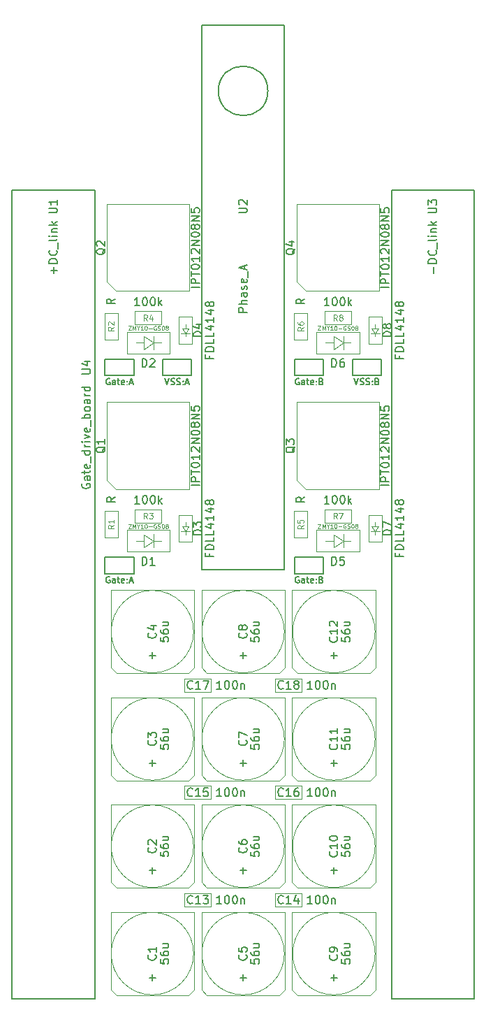
<source format=gbr>
G04 #@! TF.FileFunction,Other,Fab,Top*
%FSLAX46Y46*%
G04 Gerber Fmt 4.6, Leading zero omitted, Abs format (unit mm)*
G04 Created by KiCad (PCBNEW 4.0.7) date 04/16/18 09:07:38*
%MOMM*%
%LPD*%
G01*
G04 APERTURE LIST*
%ADD10C,0.100000*%
%ADD11C,0.150000*%
%ADD12C,0.120000*%
%ADD13C,0.105000*%
G04 APERTURE END LIST*
D10*
D11*
X32000000Y11000000D02*
G75*
G03X32000000Y11000000I-3000000J0D01*
G01*
X24000000Y-47000000D02*
X24000000Y19000000D01*
X24000000Y19000000D02*
X34000000Y19000000D01*
X34000000Y19000000D02*
X34000000Y-47000000D01*
X24000000Y-47000000D02*
X34000000Y-47000000D01*
D10*
X34000000Y-80500000D02*
G75*
G03X34000000Y-80500000I-5000000J0D01*
G01*
X34050000Y-75450000D02*
X23950000Y-75450000D01*
X34050000Y-84880000D02*
X34050000Y-75450000D01*
X33380000Y-85550000D02*
X34050000Y-84880000D01*
X24620000Y-85550000D02*
X33380000Y-85550000D01*
X23950000Y-84880000D02*
X24620000Y-85550000D01*
X23950000Y-75450000D02*
X23950000Y-84880000D01*
X45000000Y-80500000D02*
G75*
G03X45000000Y-80500000I-5000000J0D01*
G01*
X45050000Y-75450000D02*
X34950000Y-75450000D01*
X45050000Y-84880000D02*
X45050000Y-75450000D01*
X44380000Y-85550000D02*
X45050000Y-84880000D01*
X35620000Y-85550000D02*
X44380000Y-85550000D01*
X34950000Y-84880000D02*
X35620000Y-85550000D01*
X34950000Y-75450000D02*
X34950000Y-84880000D01*
X23000000Y-93500000D02*
G75*
G03X23000000Y-93500000I-5000000J0D01*
G01*
X23050000Y-88450000D02*
X12950000Y-88450000D01*
X23050000Y-97880000D02*
X23050000Y-88450000D01*
X22380000Y-98550000D02*
X23050000Y-97880000D01*
X13620000Y-98550000D02*
X22380000Y-98550000D01*
X12950000Y-97880000D02*
X13620000Y-98550000D01*
X12950000Y-88450000D02*
X12950000Y-97880000D01*
X23000000Y-80500000D02*
G75*
G03X23000000Y-80500000I-5000000J0D01*
G01*
X23050000Y-75450000D02*
X12950000Y-75450000D01*
X23050000Y-84880000D02*
X23050000Y-75450000D01*
X22380000Y-85550000D02*
X23050000Y-84880000D01*
X13620000Y-85550000D02*
X22380000Y-85550000D01*
X12950000Y-84880000D02*
X13620000Y-85550000D01*
X12950000Y-75450000D02*
X12950000Y-84880000D01*
X23000000Y-67500000D02*
G75*
G03X23000000Y-67500000I-5000000J0D01*
G01*
X23050000Y-62450000D02*
X12950000Y-62450000D01*
X23050000Y-71880000D02*
X23050000Y-62450000D01*
X22380000Y-72550000D02*
X23050000Y-71880000D01*
X13620000Y-72550000D02*
X22380000Y-72550000D01*
X12950000Y-71880000D02*
X13620000Y-72550000D01*
X12950000Y-62450000D02*
X12950000Y-71880000D01*
X23000000Y-54500000D02*
G75*
G03X23000000Y-54500000I-5000000J0D01*
G01*
X23050000Y-49450000D02*
X12950000Y-49450000D01*
X23050000Y-58880000D02*
X23050000Y-49450000D01*
X22380000Y-59550000D02*
X23050000Y-58880000D01*
X13620000Y-59550000D02*
X22380000Y-59550000D01*
X12950000Y-58880000D02*
X13620000Y-59550000D01*
X12950000Y-49450000D02*
X12950000Y-58880000D01*
X34000000Y-93500000D02*
G75*
G03X34000000Y-93500000I-5000000J0D01*
G01*
X34050000Y-88450000D02*
X23950000Y-88450000D01*
X34050000Y-97880000D02*
X34050000Y-88450000D01*
X33380000Y-98550000D02*
X34050000Y-97880000D01*
X24620000Y-98550000D02*
X33380000Y-98550000D01*
X23950000Y-97880000D02*
X24620000Y-98550000D01*
X23950000Y-88450000D02*
X23950000Y-97880000D01*
X34000000Y-67500000D02*
G75*
G03X34000000Y-67500000I-5000000J0D01*
G01*
X34050000Y-62450000D02*
X23950000Y-62450000D01*
X34050000Y-71880000D02*
X34050000Y-62450000D01*
X33380000Y-72550000D02*
X34050000Y-71880000D01*
X24620000Y-72550000D02*
X33380000Y-72550000D01*
X23950000Y-71880000D02*
X24620000Y-72550000D01*
X23950000Y-62450000D02*
X23950000Y-71880000D01*
X34000000Y-54500000D02*
G75*
G03X34000000Y-54500000I-5000000J0D01*
G01*
X34050000Y-49450000D02*
X23950000Y-49450000D01*
X34050000Y-58880000D02*
X34050000Y-49450000D01*
X33380000Y-59550000D02*
X34050000Y-58880000D01*
X24620000Y-59550000D02*
X33380000Y-59550000D01*
X23950000Y-58880000D02*
X24620000Y-59550000D01*
X23950000Y-49450000D02*
X23950000Y-58880000D01*
X45000000Y-93500000D02*
G75*
G03X45000000Y-93500000I-5000000J0D01*
G01*
X45050000Y-88450000D02*
X34950000Y-88450000D01*
X45050000Y-97880000D02*
X45050000Y-88450000D01*
X44380000Y-98550000D02*
X45050000Y-97880000D01*
X35620000Y-98550000D02*
X44380000Y-98550000D01*
X34950000Y-97880000D02*
X35620000Y-98550000D01*
X34950000Y-88450000D02*
X34950000Y-97880000D01*
X45000000Y-67500000D02*
G75*
G03X45000000Y-67500000I-5000000J0D01*
G01*
X45050000Y-62450000D02*
X34950000Y-62450000D01*
X45050000Y-71880000D02*
X45050000Y-62450000D01*
X44380000Y-72550000D02*
X45050000Y-71880000D01*
X35620000Y-72550000D02*
X44380000Y-72550000D01*
X34950000Y-71880000D02*
X35620000Y-72550000D01*
X34950000Y-62450000D02*
X34950000Y-71880000D01*
X45000000Y-54500000D02*
G75*
G03X45000000Y-54500000I-5000000J0D01*
G01*
X45050000Y-49450000D02*
X34950000Y-49450000D01*
X45050000Y-58880000D02*
X45050000Y-49450000D01*
X44380000Y-59550000D02*
X45050000Y-58880000D01*
X35620000Y-59550000D02*
X44380000Y-59550000D01*
X34950000Y-58880000D02*
X35620000Y-59550000D01*
X34950000Y-49450000D02*
X34950000Y-58880000D01*
X14900000Y-44800000D02*
X20100000Y-44800000D01*
X20100000Y-44800000D02*
X20100000Y-42200000D01*
X20100000Y-42200000D02*
X14900000Y-42200000D01*
X14900000Y-42200000D02*
X14900000Y-44800000D01*
X18149440Y-43498980D02*
X19051140Y-43498980D01*
X16998820Y-43498980D02*
X16000600Y-43498980D01*
X18149440Y-44299080D02*
X18149440Y-42698880D01*
X16998820Y-42749680D02*
X16998820Y-44299080D01*
X18149440Y-43498980D02*
X16998820Y-42749680D01*
X18149440Y-43498980D02*
X16998820Y-44299080D01*
X14900000Y-20800000D02*
X20100000Y-20800000D01*
X20100000Y-20800000D02*
X20100000Y-18200000D01*
X20100000Y-18200000D02*
X14900000Y-18200000D01*
X14900000Y-18200000D02*
X14900000Y-20800000D01*
X18149440Y-19498980D02*
X19051140Y-19498980D01*
X16998820Y-19498980D02*
X16000600Y-19498980D01*
X18149440Y-20299080D02*
X18149440Y-18698880D01*
X16998820Y-18749680D02*
X16998820Y-20299080D01*
X18149440Y-19498980D02*
X16998820Y-18749680D01*
X18149440Y-19498980D02*
X16998820Y-20299080D01*
X21200000Y-40350000D02*
X22800000Y-40350000D01*
X22800000Y-40350000D02*
X22800000Y-43650000D01*
X22800000Y-43650000D02*
X21200000Y-43650000D01*
X21200000Y-43650000D02*
X21200000Y-40350000D01*
X22000000Y-41750000D02*
X22000000Y-41250000D01*
X22400000Y-41750000D02*
X22000000Y-42350000D01*
X21600000Y-41750000D02*
X22400000Y-41750000D01*
X22000000Y-42350000D02*
X21600000Y-41750000D01*
X22000000Y-42350000D02*
X22550000Y-42350000D01*
X22000000Y-42350000D02*
X21450000Y-42350000D01*
X22000000Y-42750000D02*
X22000000Y-42350000D01*
X21200000Y-16350000D02*
X22800000Y-16350000D01*
X22800000Y-16350000D02*
X22800000Y-19650000D01*
X22800000Y-19650000D02*
X21200000Y-19650000D01*
X21200000Y-19650000D02*
X21200000Y-16350000D01*
X22000000Y-17750000D02*
X22000000Y-17250000D01*
X22400000Y-17750000D02*
X22000000Y-18350000D01*
X21600000Y-17750000D02*
X22400000Y-17750000D01*
X22000000Y-18350000D02*
X21600000Y-17750000D01*
X22000000Y-18350000D02*
X22550000Y-18350000D01*
X22000000Y-18350000D02*
X21450000Y-18350000D01*
X22000000Y-18750000D02*
X22000000Y-18350000D01*
X37900000Y-44800000D02*
X43100000Y-44800000D01*
X43100000Y-44800000D02*
X43100000Y-42200000D01*
X43100000Y-42200000D02*
X37900000Y-42200000D01*
X37900000Y-42200000D02*
X37900000Y-44800000D01*
X41149440Y-43498980D02*
X42051140Y-43498980D01*
X39998820Y-43498980D02*
X39000600Y-43498980D01*
X41149440Y-44299080D02*
X41149440Y-42698880D01*
X39998820Y-42749680D02*
X39998820Y-44299080D01*
X41149440Y-43498980D02*
X39998820Y-42749680D01*
X41149440Y-43498980D02*
X39998820Y-44299080D01*
X37900000Y-20800000D02*
X43100000Y-20800000D01*
X43100000Y-20800000D02*
X43100000Y-18200000D01*
X43100000Y-18200000D02*
X37900000Y-18200000D01*
X37900000Y-18200000D02*
X37900000Y-20800000D01*
X41149440Y-19498980D02*
X42051140Y-19498980D01*
X39998820Y-19498980D02*
X39000600Y-19498980D01*
X41149440Y-20299080D02*
X41149440Y-18698880D01*
X39998820Y-18749680D02*
X39998820Y-20299080D01*
X41149440Y-19498980D02*
X39998820Y-18749680D01*
X41149440Y-19498980D02*
X39998820Y-20299080D01*
X44200000Y-40350000D02*
X45800000Y-40350000D01*
X45800000Y-40350000D02*
X45800000Y-43650000D01*
X45800000Y-43650000D02*
X44200000Y-43650000D01*
X44200000Y-43650000D02*
X44200000Y-40350000D01*
X45000000Y-41750000D02*
X45000000Y-41250000D01*
X45400000Y-41750000D02*
X45000000Y-42350000D01*
X44600000Y-41750000D02*
X45400000Y-41750000D01*
X45000000Y-42350000D02*
X44600000Y-41750000D01*
X45000000Y-42350000D02*
X45550000Y-42350000D01*
X45000000Y-42350000D02*
X44450000Y-42350000D01*
X45000000Y-42750000D02*
X45000000Y-42350000D01*
X44200000Y-16350000D02*
X45800000Y-16350000D01*
X45800000Y-16350000D02*
X45800000Y-19650000D01*
X45800000Y-19650000D02*
X44200000Y-19650000D01*
X44200000Y-19650000D02*
X44200000Y-16350000D01*
X45000000Y-17750000D02*
X45000000Y-17250000D01*
X45400000Y-17750000D02*
X45000000Y-18350000D01*
X44600000Y-17750000D02*
X45400000Y-17750000D01*
X45000000Y-18350000D02*
X44600000Y-17750000D01*
X45000000Y-18350000D02*
X45550000Y-18350000D01*
X45000000Y-18350000D02*
X44450000Y-18350000D01*
X45000000Y-18750000D02*
X45000000Y-18350000D01*
D12*
X12500000Y-36150000D02*
X12500000Y-26700000D01*
X22500000Y-37250000D02*
X13600000Y-37250000D01*
X22500000Y-26700000D02*
X22500000Y-37250000D01*
X12500000Y-26700000D02*
X22500000Y-26700000D01*
X12500000Y-36150000D02*
X13600000Y-37250000D01*
X13600000Y-37250000D02*
X13600000Y-37250000D01*
X12500000Y-12150000D02*
X12500000Y-2700000D01*
X22500000Y-13250000D02*
X13600000Y-13250000D01*
X22500000Y-2700000D02*
X22500000Y-13250000D01*
X12500000Y-2700000D02*
X22500000Y-2700000D01*
X12500000Y-12150000D02*
X13600000Y-13250000D01*
X13600000Y-13250000D02*
X13600000Y-13250000D01*
X35500000Y-36150000D02*
X35500000Y-26700000D01*
X45500000Y-37250000D02*
X36600000Y-37250000D01*
X45500000Y-26700000D02*
X45500000Y-37250000D01*
X35500000Y-26700000D02*
X45500000Y-26700000D01*
X35500000Y-36150000D02*
X36600000Y-37250000D01*
X36600000Y-37250000D02*
X36600000Y-37250000D01*
X35500000Y-12150000D02*
X35500000Y-2700000D01*
X45500000Y-13250000D02*
X36600000Y-13250000D01*
X45500000Y-2700000D02*
X45500000Y-13250000D01*
X35500000Y-2700000D02*
X45500000Y-2700000D01*
X35500000Y-12150000D02*
X36600000Y-13250000D01*
X36600000Y-13250000D02*
X36600000Y-13250000D01*
D10*
X12200000Y-39900000D02*
X13800000Y-39900000D01*
X12200000Y-43100000D02*
X12200000Y-39900000D01*
X13800000Y-43100000D02*
X12200000Y-43100000D01*
X13800000Y-39900000D02*
X13800000Y-43100000D01*
X12200000Y-15900000D02*
X13800000Y-15900000D01*
X12200000Y-19100000D02*
X12200000Y-15900000D01*
X13800000Y-19100000D02*
X12200000Y-19100000D01*
X13800000Y-15900000D02*
X13800000Y-19100000D01*
X19100000Y-39700000D02*
X19100000Y-41300000D01*
X15900000Y-39700000D02*
X19100000Y-39700000D01*
X15900000Y-41300000D02*
X15900000Y-39700000D01*
X19100000Y-41300000D02*
X15900000Y-41300000D01*
X19100000Y-15700000D02*
X19100000Y-17300000D01*
X15900000Y-15700000D02*
X19100000Y-15700000D01*
X15900000Y-17300000D02*
X15900000Y-15700000D01*
X19100000Y-17300000D02*
X15900000Y-17300000D01*
X35200000Y-39900000D02*
X36800000Y-39900000D01*
X35200000Y-43100000D02*
X35200000Y-39900000D01*
X36800000Y-43100000D02*
X35200000Y-43100000D01*
X36800000Y-39900000D02*
X36800000Y-43100000D01*
X35200000Y-15900000D02*
X36800000Y-15900000D01*
X35200000Y-19100000D02*
X35200000Y-15900000D01*
X36800000Y-19100000D02*
X35200000Y-19100000D01*
X36800000Y-15900000D02*
X36800000Y-19100000D01*
X42100000Y-39700000D02*
X42100000Y-41300000D01*
X38900000Y-39700000D02*
X42100000Y-39700000D01*
X38900000Y-41300000D02*
X38900000Y-39700000D01*
X42100000Y-41300000D02*
X38900000Y-41300000D01*
X42100000Y-15700000D02*
X42100000Y-17300000D01*
X38900000Y-15700000D02*
X42100000Y-15700000D01*
X38900000Y-17300000D02*
X38900000Y-15700000D01*
X42100000Y-17300000D02*
X38900000Y-17300000D01*
X21900000Y-87800000D02*
X21900000Y-86200000D01*
X25100000Y-87800000D02*
X21900000Y-87800000D01*
X25100000Y-86200000D02*
X25100000Y-87800000D01*
X21900000Y-86200000D02*
X25100000Y-86200000D01*
X32900000Y-87800000D02*
X32900000Y-86200000D01*
X36100000Y-87800000D02*
X32900000Y-87800000D01*
X36100000Y-86200000D02*
X36100000Y-87800000D01*
X32900000Y-86200000D02*
X36100000Y-86200000D01*
X21900000Y-74800000D02*
X21900000Y-73200000D01*
X25100000Y-74800000D02*
X21900000Y-74800000D01*
X25100000Y-73200000D02*
X25100000Y-74800000D01*
X21900000Y-73200000D02*
X25100000Y-73200000D01*
X32900000Y-74800000D02*
X32900000Y-73200000D01*
X36100000Y-74800000D02*
X32900000Y-74800000D01*
X36100000Y-73200000D02*
X36100000Y-74800000D01*
X32900000Y-73200000D02*
X36100000Y-73200000D01*
X21900000Y-61800000D02*
X21900000Y-60200000D01*
X25100000Y-61800000D02*
X21900000Y-61800000D01*
X25100000Y-60200000D02*
X25100000Y-61800000D01*
X21900000Y-60200000D02*
X25100000Y-60200000D01*
X32900000Y-61800000D02*
X32900000Y-60200000D01*
X36100000Y-61800000D02*
X32900000Y-61800000D01*
X36100000Y-60200000D02*
X36100000Y-61800000D01*
X32900000Y-60200000D02*
X36100000Y-60200000D01*
D11*
X12250000Y-45500000D02*
X15750000Y-45500000D01*
X15750000Y-45500000D02*
X15750000Y-47500000D01*
X15750000Y-47500000D02*
X12250000Y-47500000D01*
X12250000Y-47500000D02*
X12250000Y-45500000D01*
X35250000Y-45500000D02*
X38750000Y-45500000D01*
X38750000Y-45500000D02*
X38750000Y-47500000D01*
X38750000Y-47500000D02*
X35250000Y-47500000D01*
X35250000Y-47500000D02*
X35250000Y-45500000D01*
X42250000Y-21500000D02*
X45750000Y-21500000D01*
X45750000Y-21500000D02*
X45750000Y-23500000D01*
X45750000Y-23500000D02*
X42250000Y-23500000D01*
X42250000Y-23500000D02*
X42250000Y-21500000D01*
X35250000Y-21500000D02*
X38750000Y-21500000D01*
X38750000Y-21500000D02*
X38750000Y-23500000D01*
X38750000Y-23500000D02*
X35250000Y-23500000D01*
X35250000Y-23500000D02*
X35250000Y-21500000D01*
X19250000Y-21500000D02*
X22750000Y-21500000D01*
X22750000Y-21500000D02*
X22750000Y-23500000D01*
X22750000Y-23500000D02*
X19250000Y-23500000D01*
X19250000Y-23500000D02*
X19250000Y-21500000D01*
X12250000Y-21500000D02*
X15750000Y-21500000D01*
X15750000Y-21500000D02*
X15750000Y-23500000D01*
X15750000Y-23500000D02*
X12250000Y-23500000D01*
X12250000Y-23500000D02*
X12250000Y-21500000D01*
X57000000Y-1000000D02*
X47000000Y-1000000D01*
X47000000Y-1000000D02*
X47000000Y-99000000D01*
X47000000Y-99000000D02*
X57000000Y-99000000D01*
X57000000Y-99000000D02*
X57000000Y-1000000D01*
X11000000Y-1000000D02*
X1000000Y-1000000D01*
X1000000Y-1000000D02*
X1000000Y-99000000D01*
X1000000Y-99000000D02*
X11000000Y-99000000D01*
X11000000Y-99000000D02*
X11000000Y-1000000D01*
X29452381Y-15809524D02*
X28452381Y-15809524D01*
X28452381Y-15428571D01*
X28500000Y-15333333D01*
X28547619Y-15285714D01*
X28642857Y-15238095D01*
X28785714Y-15238095D01*
X28880952Y-15285714D01*
X28928571Y-15333333D01*
X28976190Y-15428571D01*
X28976190Y-15809524D01*
X29452381Y-14809524D02*
X28452381Y-14809524D01*
X29452381Y-14380952D02*
X28928571Y-14380952D01*
X28833333Y-14428571D01*
X28785714Y-14523809D01*
X28785714Y-14666667D01*
X28833333Y-14761905D01*
X28880952Y-14809524D01*
X29452381Y-13476190D02*
X28928571Y-13476190D01*
X28833333Y-13523809D01*
X28785714Y-13619047D01*
X28785714Y-13809524D01*
X28833333Y-13904762D01*
X29404762Y-13476190D02*
X29452381Y-13571428D01*
X29452381Y-13809524D01*
X29404762Y-13904762D01*
X29309524Y-13952381D01*
X29214286Y-13952381D01*
X29119048Y-13904762D01*
X29071429Y-13809524D01*
X29071429Y-13571428D01*
X29023810Y-13476190D01*
X29404762Y-13047619D02*
X29452381Y-12952381D01*
X29452381Y-12761905D01*
X29404762Y-12666666D01*
X29309524Y-12619047D01*
X29261905Y-12619047D01*
X29166667Y-12666666D01*
X29119048Y-12761905D01*
X29119048Y-12904762D01*
X29071429Y-13000000D01*
X28976190Y-13047619D01*
X28928571Y-13047619D01*
X28833333Y-13000000D01*
X28785714Y-12904762D01*
X28785714Y-12761905D01*
X28833333Y-12666666D01*
X29404762Y-11809523D02*
X29452381Y-11904761D01*
X29452381Y-12095238D01*
X29404762Y-12190476D01*
X29309524Y-12238095D01*
X28928571Y-12238095D01*
X28833333Y-12190476D01*
X28785714Y-12095238D01*
X28785714Y-11904761D01*
X28833333Y-11809523D01*
X28928571Y-11761904D01*
X29023810Y-11761904D01*
X29119048Y-12238095D01*
X29547619Y-11571428D02*
X29547619Y-10809523D01*
X29166667Y-10619047D02*
X29166667Y-10142856D01*
X29452381Y-10714285D02*
X28452381Y-10380952D01*
X29452381Y-10047618D01*
X28452381Y-3761905D02*
X29261905Y-3761905D01*
X29357143Y-3714286D01*
X29404762Y-3666667D01*
X29452381Y-3571429D01*
X29452381Y-3380952D01*
X29404762Y-3285714D01*
X29357143Y-3238095D01*
X29261905Y-3190476D01*
X28452381Y-3190476D01*
X28547619Y-2761905D02*
X28500000Y-2714286D01*
X28452381Y-2619048D01*
X28452381Y-2380952D01*
X28500000Y-2285714D01*
X28547619Y-2238095D01*
X28642857Y-2190476D01*
X28738095Y-2190476D01*
X28880952Y-2238095D01*
X29452381Y-2809524D01*
X29452381Y-2190476D01*
X29952381Y-81190476D02*
X29952381Y-81666667D01*
X30428571Y-81714286D01*
X30380952Y-81666667D01*
X30333333Y-81571429D01*
X30333333Y-81333333D01*
X30380952Y-81238095D01*
X30428571Y-81190476D01*
X30523810Y-81142857D01*
X30761905Y-81142857D01*
X30857143Y-81190476D01*
X30904762Y-81238095D01*
X30952381Y-81333333D01*
X30952381Y-81571429D01*
X30904762Y-81666667D01*
X30857143Y-81714286D01*
X29952381Y-80285714D02*
X29952381Y-80476191D01*
X30000000Y-80571429D01*
X30047619Y-80619048D01*
X30190476Y-80714286D01*
X30380952Y-80761905D01*
X30761905Y-80761905D01*
X30857143Y-80714286D01*
X30904762Y-80666667D01*
X30952381Y-80571429D01*
X30952381Y-80380952D01*
X30904762Y-80285714D01*
X30857143Y-80238095D01*
X30761905Y-80190476D01*
X30523810Y-80190476D01*
X30428571Y-80238095D01*
X30380952Y-80285714D01*
X30333333Y-80380952D01*
X30333333Y-80571429D01*
X30380952Y-80666667D01*
X30428571Y-80714286D01*
X30523810Y-80761905D01*
X30285714Y-79333333D02*
X30952381Y-79333333D01*
X30285714Y-79761905D02*
X30809524Y-79761905D01*
X30904762Y-79714286D01*
X30952381Y-79619048D01*
X30952381Y-79476190D01*
X30904762Y-79380952D01*
X30857143Y-79333333D01*
X28991429Y-83790952D02*
X28991429Y-83029047D01*
X29372381Y-83409999D02*
X28610476Y-83409999D01*
X29357143Y-80666666D02*
X29404762Y-80714285D01*
X29452381Y-80857142D01*
X29452381Y-80952380D01*
X29404762Y-81095238D01*
X29309524Y-81190476D01*
X29214286Y-81238095D01*
X29023810Y-81285714D01*
X28880952Y-81285714D01*
X28690476Y-81238095D01*
X28595238Y-81190476D01*
X28500000Y-81095238D01*
X28452381Y-80952380D01*
X28452381Y-80857142D01*
X28500000Y-80714285D01*
X28547619Y-80666666D01*
X28452381Y-79809523D02*
X28452381Y-80000000D01*
X28500000Y-80095238D01*
X28547619Y-80142857D01*
X28690476Y-80238095D01*
X28880952Y-80285714D01*
X29261905Y-80285714D01*
X29357143Y-80238095D01*
X29404762Y-80190476D01*
X29452381Y-80095238D01*
X29452381Y-79904761D01*
X29404762Y-79809523D01*
X29357143Y-79761904D01*
X29261905Y-79714285D01*
X29023810Y-79714285D01*
X28928571Y-79761904D01*
X28880952Y-79809523D01*
X28833333Y-79904761D01*
X28833333Y-80095238D01*
X28880952Y-80190476D01*
X28928571Y-80238095D01*
X29023810Y-80285714D01*
X40952381Y-81190476D02*
X40952381Y-81666667D01*
X41428571Y-81714286D01*
X41380952Y-81666667D01*
X41333333Y-81571429D01*
X41333333Y-81333333D01*
X41380952Y-81238095D01*
X41428571Y-81190476D01*
X41523810Y-81142857D01*
X41761905Y-81142857D01*
X41857143Y-81190476D01*
X41904762Y-81238095D01*
X41952381Y-81333333D01*
X41952381Y-81571429D01*
X41904762Y-81666667D01*
X41857143Y-81714286D01*
X40952381Y-80285714D02*
X40952381Y-80476191D01*
X41000000Y-80571429D01*
X41047619Y-80619048D01*
X41190476Y-80714286D01*
X41380952Y-80761905D01*
X41761905Y-80761905D01*
X41857143Y-80714286D01*
X41904762Y-80666667D01*
X41952381Y-80571429D01*
X41952381Y-80380952D01*
X41904762Y-80285714D01*
X41857143Y-80238095D01*
X41761905Y-80190476D01*
X41523810Y-80190476D01*
X41428571Y-80238095D01*
X41380952Y-80285714D01*
X41333333Y-80380952D01*
X41333333Y-80571429D01*
X41380952Y-80666667D01*
X41428571Y-80714286D01*
X41523810Y-80761905D01*
X41285714Y-79333333D02*
X41952381Y-79333333D01*
X41285714Y-79761905D02*
X41809524Y-79761905D01*
X41904762Y-79714286D01*
X41952381Y-79619048D01*
X41952381Y-79476190D01*
X41904762Y-79380952D01*
X41857143Y-79333333D01*
X39991429Y-83790952D02*
X39991429Y-83029047D01*
X40372381Y-83409999D02*
X39610476Y-83409999D01*
X40357143Y-81142857D02*
X40404762Y-81190476D01*
X40452381Y-81333333D01*
X40452381Y-81428571D01*
X40404762Y-81571429D01*
X40309524Y-81666667D01*
X40214286Y-81714286D01*
X40023810Y-81761905D01*
X39880952Y-81761905D01*
X39690476Y-81714286D01*
X39595238Y-81666667D01*
X39500000Y-81571429D01*
X39452381Y-81428571D01*
X39452381Y-81333333D01*
X39500000Y-81190476D01*
X39547619Y-81142857D01*
X40452381Y-80190476D02*
X40452381Y-80761905D01*
X40452381Y-80476191D02*
X39452381Y-80476191D01*
X39595238Y-80571429D01*
X39690476Y-80666667D01*
X39738095Y-80761905D01*
X39452381Y-79571429D02*
X39452381Y-79476190D01*
X39500000Y-79380952D01*
X39547619Y-79333333D01*
X39642857Y-79285714D01*
X39833333Y-79238095D01*
X40071429Y-79238095D01*
X40261905Y-79285714D01*
X40357143Y-79333333D01*
X40404762Y-79380952D01*
X40452381Y-79476190D01*
X40452381Y-79571429D01*
X40404762Y-79666667D01*
X40357143Y-79714286D01*
X40261905Y-79761905D01*
X40071429Y-79809524D01*
X39833333Y-79809524D01*
X39642857Y-79761905D01*
X39547619Y-79714286D01*
X39500000Y-79666667D01*
X39452381Y-79571429D01*
X18952381Y-94190476D02*
X18952381Y-94666667D01*
X19428571Y-94714286D01*
X19380952Y-94666667D01*
X19333333Y-94571429D01*
X19333333Y-94333333D01*
X19380952Y-94238095D01*
X19428571Y-94190476D01*
X19523810Y-94142857D01*
X19761905Y-94142857D01*
X19857143Y-94190476D01*
X19904762Y-94238095D01*
X19952381Y-94333333D01*
X19952381Y-94571429D01*
X19904762Y-94666667D01*
X19857143Y-94714286D01*
X18952381Y-93285714D02*
X18952381Y-93476191D01*
X19000000Y-93571429D01*
X19047619Y-93619048D01*
X19190476Y-93714286D01*
X19380952Y-93761905D01*
X19761905Y-93761905D01*
X19857143Y-93714286D01*
X19904762Y-93666667D01*
X19952381Y-93571429D01*
X19952381Y-93380952D01*
X19904762Y-93285714D01*
X19857143Y-93238095D01*
X19761905Y-93190476D01*
X19523810Y-93190476D01*
X19428571Y-93238095D01*
X19380952Y-93285714D01*
X19333333Y-93380952D01*
X19333333Y-93571429D01*
X19380952Y-93666667D01*
X19428571Y-93714286D01*
X19523810Y-93761905D01*
X19285714Y-92333333D02*
X19952381Y-92333333D01*
X19285714Y-92761905D02*
X19809524Y-92761905D01*
X19904762Y-92714286D01*
X19952381Y-92619048D01*
X19952381Y-92476190D01*
X19904762Y-92380952D01*
X19857143Y-92333333D01*
X17991429Y-96790952D02*
X17991429Y-96029047D01*
X18372381Y-96409999D02*
X17610476Y-96409999D01*
X18357143Y-93666666D02*
X18404762Y-93714285D01*
X18452381Y-93857142D01*
X18452381Y-93952380D01*
X18404762Y-94095238D01*
X18309524Y-94190476D01*
X18214286Y-94238095D01*
X18023810Y-94285714D01*
X17880952Y-94285714D01*
X17690476Y-94238095D01*
X17595238Y-94190476D01*
X17500000Y-94095238D01*
X17452381Y-93952380D01*
X17452381Y-93857142D01*
X17500000Y-93714285D01*
X17547619Y-93666666D01*
X18452381Y-92714285D02*
X18452381Y-93285714D01*
X18452381Y-93000000D02*
X17452381Y-93000000D01*
X17595238Y-93095238D01*
X17690476Y-93190476D01*
X17738095Y-93285714D01*
X18952381Y-81190476D02*
X18952381Y-81666667D01*
X19428571Y-81714286D01*
X19380952Y-81666667D01*
X19333333Y-81571429D01*
X19333333Y-81333333D01*
X19380952Y-81238095D01*
X19428571Y-81190476D01*
X19523810Y-81142857D01*
X19761905Y-81142857D01*
X19857143Y-81190476D01*
X19904762Y-81238095D01*
X19952381Y-81333333D01*
X19952381Y-81571429D01*
X19904762Y-81666667D01*
X19857143Y-81714286D01*
X18952381Y-80285714D02*
X18952381Y-80476191D01*
X19000000Y-80571429D01*
X19047619Y-80619048D01*
X19190476Y-80714286D01*
X19380952Y-80761905D01*
X19761905Y-80761905D01*
X19857143Y-80714286D01*
X19904762Y-80666667D01*
X19952381Y-80571429D01*
X19952381Y-80380952D01*
X19904762Y-80285714D01*
X19857143Y-80238095D01*
X19761905Y-80190476D01*
X19523810Y-80190476D01*
X19428571Y-80238095D01*
X19380952Y-80285714D01*
X19333333Y-80380952D01*
X19333333Y-80571429D01*
X19380952Y-80666667D01*
X19428571Y-80714286D01*
X19523810Y-80761905D01*
X19285714Y-79333333D02*
X19952381Y-79333333D01*
X19285714Y-79761905D02*
X19809524Y-79761905D01*
X19904762Y-79714286D01*
X19952381Y-79619048D01*
X19952381Y-79476190D01*
X19904762Y-79380952D01*
X19857143Y-79333333D01*
X17991429Y-83790952D02*
X17991429Y-83029047D01*
X18372381Y-83409999D02*
X17610476Y-83409999D01*
X18357143Y-80666666D02*
X18404762Y-80714285D01*
X18452381Y-80857142D01*
X18452381Y-80952380D01*
X18404762Y-81095238D01*
X18309524Y-81190476D01*
X18214286Y-81238095D01*
X18023810Y-81285714D01*
X17880952Y-81285714D01*
X17690476Y-81238095D01*
X17595238Y-81190476D01*
X17500000Y-81095238D01*
X17452381Y-80952380D01*
X17452381Y-80857142D01*
X17500000Y-80714285D01*
X17547619Y-80666666D01*
X17547619Y-80285714D02*
X17500000Y-80238095D01*
X17452381Y-80142857D01*
X17452381Y-79904761D01*
X17500000Y-79809523D01*
X17547619Y-79761904D01*
X17642857Y-79714285D01*
X17738095Y-79714285D01*
X17880952Y-79761904D01*
X18452381Y-80333333D01*
X18452381Y-79714285D01*
X18952381Y-68190476D02*
X18952381Y-68666667D01*
X19428571Y-68714286D01*
X19380952Y-68666667D01*
X19333333Y-68571429D01*
X19333333Y-68333333D01*
X19380952Y-68238095D01*
X19428571Y-68190476D01*
X19523810Y-68142857D01*
X19761905Y-68142857D01*
X19857143Y-68190476D01*
X19904762Y-68238095D01*
X19952381Y-68333333D01*
X19952381Y-68571429D01*
X19904762Y-68666667D01*
X19857143Y-68714286D01*
X18952381Y-67285714D02*
X18952381Y-67476191D01*
X19000000Y-67571429D01*
X19047619Y-67619048D01*
X19190476Y-67714286D01*
X19380952Y-67761905D01*
X19761905Y-67761905D01*
X19857143Y-67714286D01*
X19904762Y-67666667D01*
X19952381Y-67571429D01*
X19952381Y-67380952D01*
X19904762Y-67285714D01*
X19857143Y-67238095D01*
X19761905Y-67190476D01*
X19523810Y-67190476D01*
X19428571Y-67238095D01*
X19380952Y-67285714D01*
X19333333Y-67380952D01*
X19333333Y-67571429D01*
X19380952Y-67666667D01*
X19428571Y-67714286D01*
X19523810Y-67761905D01*
X19285714Y-66333333D02*
X19952381Y-66333333D01*
X19285714Y-66761905D02*
X19809524Y-66761905D01*
X19904762Y-66714286D01*
X19952381Y-66619048D01*
X19952381Y-66476190D01*
X19904762Y-66380952D01*
X19857143Y-66333333D01*
X17991429Y-70790952D02*
X17991429Y-70029047D01*
X18372381Y-70409999D02*
X17610476Y-70409999D01*
X18357143Y-67666666D02*
X18404762Y-67714285D01*
X18452381Y-67857142D01*
X18452381Y-67952380D01*
X18404762Y-68095238D01*
X18309524Y-68190476D01*
X18214286Y-68238095D01*
X18023810Y-68285714D01*
X17880952Y-68285714D01*
X17690476Y-68238095D01*
X17595238Y-68190476D01*
X17500000Y-68095238D01*
X17452381Y-67952380D01*
X17452381Y-67857142D01*
X17500000Y-67714285D01*
X17547619Y-67666666D01*
X17452381Y-67333333D02*
X17452381Y-66714285D01*
X17833333Y-67047619D01*
X17833333Y-66904761D01*
X17880952Y-66809523D01*
X17928571Y-66761904D01*
X18023810Y-66714285D01*
X18261905Y-66714285D01*
X18357143Y-66761904D01*
X18404762Y-66809523D01*
X18452381Y-66904761D01*
X18452381Y-67190476D01*
X18404762Y-67285714D01*
X18357143Y-67333333D01*
X18952381Y-55190476D02*
X18952381Y-55666667D01*
X19428571Y-55714286D01*
X19380952Y-55666667D01*
X19333333Y-55571429D01*
X19333333Y-55333333D01*
X19380952Y-55238095D01*
X19428571Y-55190476D01*
X19523810Y-55142857D01*
X19761905Y-55142857D01*
X19857143Y-55190476D01*
X19904762Y-55238095D01*
X19952381Y-55333333D01*
X19952381Y-55571429D01*
X19904762Y-55666667D01*
X19857143Y-55714286D01*
X18952381Y-54285714D02*
X18952381Y-54476191D01*
X19000000Y-54571429D01*
X19047619Y-54619048D01*
X19190476Y-54714286D01*
X19380952Y-54761905D01*
X19761905Y-54761905D01*
X19857143Y-54714286D01*
X19904762Y-54666667D01*
X19952381Y-54571429D01*
X19952381Y-54380952D01*
X19904762Y-54285714D01*
X19857143Y-54238095D01*
X19761905Y-54190476D01*
X19523810Y-54190476D01*
X19428571Y-54238095D01*
X19380952Y-54285714D01*
X19333333Y-54380952D01*
X19333333Y-54571429D01*
X19380952Y-54666667D01*
X19428571Y-54714286D01*
X19523810Y-54761905D01*
X19285714Y-53333333D02*
X19952381Y-53333333D01*
X19285714Y-53761905D02*
X19809524Y-53761905D01*
X19904762Y-53714286D01*
X19952381Y-53619048D01*
X19952381Y-53476190D01*
X19904762Y-53380952D01*
X19857143Y-53333333D01*
X17991429Y-57790952D02*
X17991429Y-57029047D01*
X18372381Y-57409999D02*
X17610476Y-57409999D01*
X18357143Y-54666666D02*
X18404762Y-54714285D01*
X18452381Y-54857142D01*
X18452381Y-54952380D01*
X18404762Y-55095238D01*
X18309524Y-55190476D01*
X18214286Y-55238095D01*
X18023810Y-55285714D01*
X17880952Y-55285714D01*
X17690476Y-55238095D01*
X17595238Y-55190476D01*
X17500000Y-55095238D01*
X17452381Y-54952380D01*
X17452381Y-54857142D01*
X17500000Y-54714285D01*
X17547619Y-54666666D01*
X17785714Y-53809523D02*
X18452381Y-53809523D01*
X17404762Y-54047619D02*
X18119048Y-54285714D01*
X18119048Y-53666666D01*
X29952381Y-94190476D02*
X29952381Y-94666667D01*
X30428571Y-94714286D01*
X30380952Y-94666667D01*
X30333333Y-94571429D01*
X30333333Y-94333333D01*
X30380952Y-94238095D01*
X30428571Y-94190476D01*
X30523810Y-94142857D01*
X30761905Y-94142857D01*
X30857143Y-94190476D01*
X30904762Y-94238095D01*
X30952381Y-94333333D01*
X30952381Y-94571429D01*
X30904762Y-94666667D01*
X30857143Y-94714286D01*
X29952381Y-93285714D02*
X29952381Y-93476191D01*
X30000000Y-93571429D01*
X30047619Y-93619048D01*
X30190476Y-93714286D01*
X30380952Y-93761905D01*
X30761905Y-93761905D01*
X30857143Y-93714286D01*
X30904762Y-93666667D01*
X30952381Y-93571429D01*
X30952381Y-93380952D01*
X30904762Y-93285714D01*
X30857143Y-93238095D01*
X30761905Y-93190476D01*
X30523810Y-93190476D01*
X30428571Y-93238095D01*
X30380952Y-93285714D01*
X30333333Y-93380952D01*
X30333333Y-93571429D01*
X30380952Y-93666667D01*
X30428571Y-93714286D01*
X30523810Y-93761905D01*
X30285714Y-92333333D02*
X30952381Y-92333333D01*
X30285714Y-92761905D02*
X30809524Y-92761905D01*
X30904762Y-92714286D01*
X30952381Y-92619048D01*
X30952381Y-92476190D01*
X30904762Y-92380952D01*
X30857143Y-92333333D01*
X28991429Y-96790952D02*
X28991429Y-96029047D01*
X29372381Y-96409999D02*
X28610476Y-96409999D01*
X29357143Y-93666666D02*
X29404762Y-93714285D01*
X29452381Y-93857142D01*
X29452381Y-93952380D01*
X29404762Y-94095238D01*
X29309524Y-94190476D01*
X29214286Y-94238095D01*
X29023810Y-94285714D01*
X28880952Y-94285714D01*
X28690476Y-94238095D01*
X28595238Y-94190476D01*
X28500000Y-94095238D01*
X28452381Y-93952380D01*
X28452381Y-93857142D01*
X28500000Y-93714285D01*
X28547619Y-93666666D01*
X28452381Y-92761904D02*
X28452381Y-93238095D01*
X28928571Y-93285714D01*
X28880952Y-93238095D01*
X28833333Y-93142857D01*
X28833333Y-92904761D01*
X28880952Y-92809523D01*
X28928571Y-92761904D01*
X29023810Y-92714285D01*
X29261905Y-92714285D01*
X29357143Y-92761904D01*
X29404762Y-92809523D01*
X29452381Y-92904761D01*
X29452381Y-93142857D01*
X29404762Y-93238095D01*
X29357143Y-93285714D01*
X29952381Y-68190476D02*
X29952381Y-68666667D01*
X30428571Y-68714286D01*
X30380952Y-68666667D01*
X30333333Y-68571429D01*
X30333333Y-68333333D01*
X30380952Y-68238095D01*
X30428571Y-68190476D01*
X30523810Y-68142857D01*
X30761905Y-68142857D01*
X30857143Y-68190476D01*
X30904762Y-68238095D01*
X30952381Y-68333333D01*
X30952381Y-68571429D01*
X30904762Y-68666667D01*
X30857143Y-68714286D01*
X29952381Y-67285714D02*
X29952381Y-67476191D01*
X30000000Y-67571429D01*
X30047619Y-67619048D01*
X30190476Y-67714286D01*
X30380952Y-67761905D01*
X30761905Y-67761905D01*
X30857143Y-67714286D01*
X30904762Y-67666667D01*
X30952381Y-67571429D01*
X30952381Y-67380952D01*
X30904762Y-67285714D01*
X30857143Y-67238095D01*
X30761905Y-67190476D01*
X30523810Y-67190476D01*
X30428571Y-67238095D01*
X30380952Y-67285714D01*
X30333333Y-67380952D01*
X30333333Y-67571429D01*
X30380952Y-67666667D01*
X30428571Y-67714286D01*
X30523810Y-67761905D01*
X30285714Y-66333333D02*
X30952381Y-66333333D01*
X30285714Y-66761905D02*
X30809524Y-66761905D01*
X30904762Y-66714286D01*
X30952381Y-66619048D01*
X30952381Y-66476190D01*
X30904762Y-66380952D01*
X30857143Y-66333333D01*
X28991429Y-70790952D02*
X28991429Y-70029047D01*
X29372381Y-70409999D02*
X28610476Y-70409999D01*
X29357143Y-67666666D02*
X29404762Y-67714285D01*
X29452381Y-67857142D01*
X29452381Y-67952380D01*
X29404762Y-68095238D01*
X29309524Y-68190476D01*
X29214286Y-68238095D01*
X29023810Y-68285714D01*
X28880952Y-68285714D01*
X28690476Y-68238095D01*
X28595238Y-68190476D01*
X28500000Y-68095238D01*
X28452381Y-67952380D01*
X28452381Y-67857142D01*
X28500000Y-67714285D01*
X28547619Y-67666666D01*
X28452381Y-67333333D02*
X28452381Y-66666666D01*
X29452381Y-67095238D01*
X29952381Y-55190476D02*
X29952381Y-55666667D01*
X30428571Y-55714286D01*
X30380952Y-55666667D01*
X30333333Y-55571429D01*
X30333333Y-55333333D01*
X30380952Y-55238095D01*
X30428571Y-55190476D01*
X30523810Y-55142857D01*
X30761905Y-55142857D01*
X30857143Y-55190476D01*
X30904762Y-55238095D01*
X30952381Y-55333333D01*
X30952381Y-55571429D01*
X30904762Y-55666667D01*
X30857143Y-55714286D01*
X29952381Y-54285714D02*
X29952381Y-54476191D01*
X30000000Y-54571429D01*
X30047619Y-54619048D01*
X30190476Y-54714286D01*
X30380952Y-54761905D01*
X30761905Y-54761905D01*
X30857143Y-54714286D01*
X30904762Y-54666667D01*
X30952381Y-54571429D01*
X30952381Y-54380952D01*
X30904762Y-54285714D01*
X30857143Y-54238095D01*
X30761905Y-54190476D01*
X30523810Y-54190476D01*
X30428571Y-54238095D01*
X30380952Y-54285714D01*
X30333333Y-54380952D01*
X30333333Y-54571429D01*
X30380952Y-54666667D01*
X30428571Y-54714286D01*
X30523810Y-54761905D01*
X30285714Y-53333333D02*
X30952381Y-53333333D01*
X30285714Y-53761905D02*
X30809524Y-53761905D01*
X30904762Y-53714286D01*
X30952381Y-53619048D01*
X30952381Y-53476190D01*
X30904762Y-53380952D01*
X30857143Y-53333333D01*
X28991429Y-57790952D02*
X28991429Y-57029047D01*
X29372381Y-57409999D02*
X28610476Y-57409999D01*
X29357143Y-54666666D02*
X29404762Y-54714285D01*
X29452381Y-54857142D01*
X29452381Y-54952380D01*
X29404762Y-55095238D01*
X29309524Y-55190476D01*
X29214286Y-55238095D01*
X29023810Y-55285714D01*
X28880952Y-55285714D01*
X28690476Y-55238095D01*
X28595238Y-55190476D01*
X28500000Y-55095238D01*
X28452381Y-54952380D01*
X28452381Y-54857142D01*
X28500000Y-54714285D01*
X28547619Y-54666666D01*
X28880952Y-54095238D02*
X28833333Y-54190476D01*
X28785714Y-54238095D01*
X28690476Y-54285714D01*
X28642857Y-54285714D01*
X28547619Y-54238095D01*
X28500000Y-54190476D01*
X28452381Y-54095238D01*
X28452381Y-53904761D01*
X28500000Y-53809523D01*
X28547619Y-53761904D01*
X28642857Y-53714285D01*
X28690476Y-53714285D01*
X28785714Y-53761904D01*
X28833333Y-53809523D01*
X28880952Y-53904761D01*
X28880952Y-54095238D01*
X28928571Y-54190476D01*
X28976190Y-54238095D01*
X29071429Y-54285714D01*
X29261905Y-54285714D01*
X29357143Y-54238095D01*
X29404762Y-54190476D01*
X29452381Y-54095238D01*
X29452381Y-53904761D01*
X29404762Y-53809523D01*
X29357143Y-53761904D01*
X29261905Y-53714285D01*
X29071429Y-53714285D01*
X28976190Y-53761904D01*
X28928571Y-53809523D01*
X28880952Y-53904761D01*
X40952381Y-94190476D02*
X40952381Y-94666667D01*
X41428571Y-94714286D01*
X41380952Y-94666667D01*
X41333333Y-94571429D01*
X41333333Y-94333333D01*
X41380952Y-94238095D01*
X41428571Y-94190476D01*
X41523810Y-94142857D01*
X41761905Y-94142857D01*
X41857143Y-94190476D01*
X41904762Y-94238095D01*
X41952381Y-94333333D01*
X41952381Y-94571429D01*
X41904762Y-94666667D01*
X41857143Y-94714286D01*
X40952381Y-93285714D02*
X40952381Y-93476191D01*
X41000000Y-93571429D01*
X41047619Y-93619048D01*
X41190476Y-93714286D01*
X41380952Y-93761905D01*
X41761905Y-93761905D01*
X41857143Y-93714286D01*
X41904762Y-93666667D01*
X41952381Y-93571429D01*
X41952381Y-93380952D01*
X41904762Y-93285714D01*
X41857143Y-93238095D01*
X41761905Y-93190476D01*
X41523810Y-93190476D01*
X41428571Y-93238095D01*
X41380952Y-93285714D01*
X41333333Y-93380952D01*
X41333333Y-93571429D01*
X41380952Y-93666667D01*
X41428571Y-93714286D01*
X41523810Y-93761905D01*
X41285714Y-92333333D02*
X41952381Y-92333333D01*
X41285714Y-92761905D02*
X41809524Y-92761905D01*
X41904762Y-92714286D01*
X41952381Y-92619048D01*
X41952381Y-92476190D01*
X41904762Y-92380952D01*
X41857143Y-92333333D01*
X39991429Y-96790952D02*
X39991429Y-96029047D01*
X40372381Y-96409999D02*
X39610476Y-96409999D01*
X40357143Y-93666666D02*
X40404762Y-93714285D01*
X40452381Y-93857142D01*
X40452381Y-93952380D01*
X40404762Y-94095238D01*
X40309524Y-94190476D01*
X40214286Y-94238095D01*
X40023810Y-94285714D01*
X39880952Y-94285714D01*
X39690476Y-94238095D01*
X39595238Y-94190476D01*
X39500000Y-94095238D01*
X39452381Y-93952380D01*
X39452381Y-93857142D01*
X39500000Y-93714285D01*
X39547619Y-93666666D01*
X40452381Y-93190476D02*
X40452381Y-93000000D01*
X40404762Y-92904761D01*
X40357143Y-92857142D01*
X40214286Y-92761904D01*
X40023810Y-92714285D01*
X39642857Y-92714285D01*
X39547619Y-92761904D01*
X39500000Y-92809523D01*
X39452381Y-92904761D01*
X39452381Y-93095238D01*
X39500000Y-93190476D01*
X39547619Y-93238095D01*
X39642857Y-93285714D01*
X39880952Y-93285714D01*
X39976190Y-93238095D01*
X40023810Y-93190476D01*
X40071429Y-93095238D01*
X40071429Y-92904761D01*
X40023810Y-92809523D01*
X39976190Y-92761904D01*
X39880952Y-92714285D01*
X40952381Y-68190476D02*
X40952381Y-68666667D01*
X41428571Y-68714286D01*
X41380952Y-68666667D01*
X41333333Y-68571429D01*
X41333333Y-68333333D01*
X41380952Y-68238095D01*
X41428571Y-68190476D01*
X41523810Y-68142857D01*
X41761905Y-68142857D01*
X41857143Y-68190476D01*
X41904762Y-68238095D01*
X41952381Y-68333333D01*
X41952381Y-68571429D01*
X41904762Y-68666667D01*
X41857143Y-68714286D01*
X40952381Y-67285714D02*
X40952381Y-67476191D01*
X41000000Y-67571429D01*
X41047619Y-67619048D01*
X41190476Y-67714286D01*
X41380952Y-67761905D01*
X41761905Y-67761905D01*
X41857143Y-67714286D01*
X41904762Y-67666667D01*
X41952381Y-67571429D01*
X41952381Y-67380952D01*
X41904762Y-67285714D01*
X41857143Y-67238095D01*
X41761905Y-67190476D01*
X41523810Y-67190476D01*
X41428571Y-67238095D01*
X41380952Y-67285714D01*
X41333333Y-67380952D01*
X41333333Y-67571429D01*
X41380952Y-67666667D01*
X41428571Y-67714286D01*
X41523810Y-67761905D01*
X41285714Y-66333333D02*
X41952381Y-66333333D01*
X41285714Y-66761905D02*
X41809524Y-66761905D01*
X41904762Y-66714286D01*
X41952381Y-66619048D01*
X41952381Y-66476190D01*
X41904762Y-66380952D01*
X41857143Y-66333333D01*
X39991429Y-70790952D02*
X39991429Y-70029047D01*
X40372381Y-70409999D02*
X39610476Y-70409999D01*
X40357143Y-68142857D02*
X40404762Y-68190476D01*
X40452381Y-68333333D01*
X40452381Y-68428571D01*
X40404762Y-68571429D01*
X40309524Y-68666667D01*
X40214286Y-68714286D01*
X40023810Y-68761905D01*
X39880952Y-68761905D01*
X39690476Y-68714286D01*
X39595238Y-68666667D01*
X39500000Y-68571429D01*
X39452381Y-68428571D01*
X39452381Y-68333333D01*
X39500000Y-68190476D01*
X39547619Y-68142857D01*
X40452381Y-67190476D02*
X40452381Y-67761905D01*
X40452381Y-67476191D02*
X39452381Y-67476191D01*
X39595238Y-67571429D01*
X39690476Y-67666667D01*
X39738095Y-67761905D01*
X40452381Y-66238095D02*
X40452381Y-66809524D01*
X40452381Y-66523810D02*
X39452381Y-66523810D01*
X39595238Y-66619048D01*
X39690476Y-66714286D01*
X39738095Y-66809524D01*
X40952381Y-55190476D02*
X40952381Y-55666667D01*
X41428571Y-55714286D01*
X41380952Y-55666667D01*
X41333333Y-55571429D01*
X41333333Y-55333333D01*
X41380952Y-55238095D01*
X41428571Y-55190476D01*
X41523810Y-55142857D01*
X41761905Y-55142857D01*
X41857143Y-55190476D01*
X41904762Y-55238095D01*
X41952381Y-55333333D01*
X41952381Y-55571429D01*
X41904762Y-55666667D01*
X41857143Y-55714286D01*
X40952381Y-54285714D02*
X40952381Y-54476191D01*
X41000000Y-54571429D01*
X41047619Y-54619048D01*
X41190476Y-54714286D01*
X41380952Y-54761905D01*
X41761905Y-54761905D01*
X41857143Y-54714286D01*
X41904762Y-54666667D01*
X41952381Y-54571429D01*
X41952381Y-54380952D01*
X41904762Y-54285714D01*
X41857143Y-54238095D01*
X41761905Y-54190476D01*
X41523810Y-54190476D01*
X41428571Y-54238095D01*
X41380952Y-54285714D01*
X41333333Y-54380952D01*
X41333333Y-54571429D01*
X41380952Y-54666667D01*
X41428571Y-54714286D01*
X41523810Y-54761905D01*
X41285714Y-53333333D02*
X41952381Y-53333333D01*
X41285714Y-53761905D02*
X41809524Y-53761905D01*
X41904762Y-53714286D01*
X41952381Y-53619048D01*
X41952381Y-53476190D01*
X41904762Y-53380952D01*
X41857143Y-53333333D01*
X39991429Y-57790952D02*
X39991429Y-57029047D01*
X40372381Y-57409999D02*
X39610476Y-57409999D01*
X40357143Y-55142857D02*
X40404762Y-55190476D01*
X40452381Y-55333333D01*
X40452381Y-55428571D01*
X40404762Y-55571429D01*
X40309524Y-55666667D01*
X40214286Y-55714286D01*
X40023810Y-55761905D01*
X39880952Y-55761905D01*
X39690476Y-55714286D01*
X39595238Y-55666667D01*
X39500000Y-55571429D01*
X39452381Y-55428571D01*
X39452381Y-55333333D01*
X39500000Y-55190476D01*
X39547619Y-55142857D01*
X40452381Y-54190476D02*
X40452381Y-54761905D01*
X40452381Y-54476191D02*
X39452381Y-54476191D01*
X39595238Y-54571429D01*
X39690476Y-54666667D01*
X39738095Y-54761905D01*
X39547619Y-53809524D02*
X39500000Y-53761905D01*
X39452381Y-53666667D01*
X39452381Y-53428571D01*
X39500000Y-53333333D01*
X39547619Y-53285714D01*
X39642857Y-53238095D01*
X39738095Y-53238095D01*
X39880952Y-53285714D01*
X40452381Y-53857143D01*
X40452381Y-53238095D01*
D10*
X15083335Y-41476190D02*
X15416668Y-41476190D01*
X15083335Y-41976190D01*
X15416668Y-41976190D01*
X15607144Y-41976190D02*
X15607144Y-41476190D01*
X15773810Y-41833333D01*
X15940477Y-41476190D01*
X15940477Y-41976190D01*
X16273811Y-41738095D02*
X16273811Y-41976190D01*
X16107144Y-41476190D02*
X16273811Y-41738095D01*
X16440477Y-41476190D01*
X16869048Y-41976190D02*
X16583334Y-41976190D01*
X16726191Y-41976190D02*
X16726191Y-41476190D01*
X16678572Y-41547619D01*
X16630953Y-41595238D01*
X16583334Y-41619048D01*
X17178572Y-41476190D02*
X17226191Y-41476190D01*
X17273810Y-41500000D01*
X17297619Y-41523810D01*
X17321429Y-41571429D01*
X17345238Y-41666667D01*
X17345238Y-41785714D01*
X17321429Y-41880952D01*
X17297619Y-41928571D01*
X17273810Y-41952381D01*
X17226191Y-41976190D01*
X17178572Y-41976190D01*
X17130953Y-41952381D01*
X17107143Y-41928571D01*
X17083334Y-41880952D01*
X17059524Y-41785714D01*
X17059524Y-41666667D01*
X17083334Y-41571429D01*
X17107143Y-41523810D01*
X17130953Y-41500000D01*
X17178572Y-41476190D01*
X17559524Y-41785714D02*
X17940476Y-41785714D01*
X18440476Y-41500000D02*
X18392857Y-41476190D01*
X18321429Y-41476190D01*
X18250000Y-41500000D01*
X18202381Y-41547619D01*
X18178572Y-41595238D01*
X18154762Y-41690476D01*
X18154762Y-41761905D01*
X18178572Y-41857143D01*
X18202381Y-41904762D01*
X18250000Y-41952381D01*
X18321429Y-41976190D01*
X18369048Y-41976190D01*
X18440476Y-41952381D01*
X18464286Y-41928571D01*
X18464286Y-41761905D01*
X18369048Y-41761905D01*
X18654762Y-41952381D02*
X18726191Y-41976190D01*
X18845238Y-41976190D01*
X18892857Y-41952381D01*
X18916667Y-41928571D01*
X18940476Y-41880952D01*
X18940476Y-41833333D01*
X18916667Y-41785714D01*
X18892857Y-41761905D01*
X18845238Y-41738095D01*
X18750000Y-41714286D01*
X18702381Y-41690476D01*
X18678572Y-41666667D01*
X18654762Y-41619048D01*
X18654762Y-41571429D01*
X18678572Y-41523810D01*
X18702381Y-41500000D01*
X18750000Y-41476190D01*
X18869048Y-41476190D01*
X18940476Y-41500000D01*
X19250000Y-41476190D02*
X19297619Y-41476190D01*
X19345238Y-41500000D01*
X19369047Y-41523810D01*
X19392857Y-41571429D01*
X19416666Y-41666667D01*
X19416666Y-41785714D01*
X19392857Y-41880952D01*
X19369047Y-41928571D01*
X19345238Y-41952381D01*
X19297619Y-41976190D01*
X19250000Y-41976190D01*
X19202381Y-41952381D01*
X19178571Y-41928571D01*
X19154762Y-41880952D01*
X19130952Y-41785714D01*
X19130952Y-41666667D01*
X19154762Y-41571429D01*
X19178571Y-41523810D01*
X19202381Y-41500000D01*
X19250000Y-41476190D01*
X19702380Y-41690476D02*
X19654761Y-41666667D01*
X19630952Y-41642857D01*
X19607142Y-41595238D01*
X19607142Y-41571429D01*
X19630952Y-41523810D01*
X19654761Y-41500000D01*
X19702380Y-41476190D01*
X19797618Y-41476190D01*
X19845237Y-41500000D01*
X19869047Y-41523810D01*
X19892856Y-41571429D01*
X19892856Y-41595238D01*
X19869047Y-41642857D01*
X19845237Y-41666667D01*
X19797618Y-41690476D01*
X19702380Y-41690476D01*
X19654761Y-41714286D01*
X19630952Y-41738095D01*
X19607142Y-41785714D01*
X19607142Y-41880952D01*
X19630952Y-41928571D01*
X19654761Y-41952381D01*
X19702380Y-41976190D01*
X19797618Y-41976190D01*
X19845237Y-41952381D01*
X19869047Y-41928571D01*
X19892856Y-41880952D01*
X19892856Y-41785714D01*
X19869047Y-41738095D01*
X19845237Y-41714286D01*
X19797618Y-41690476D01*
D11*
X16761905Y-46452381D02*
X16761905Y-45452381D01*
X17000000Y-45452381D01*
X17142858Y-45500000D01*
X17238096Y-45595238D01*
X17285715Y-45690476D01*
X17333334Y-45880952D01*
X17333334Y-46023810D01*
X17285715Y-46214286D01*
X17238096Y-46309524D01*
X17142858Y-46404762D01*
X17000000Y-46452381D01*
X16761905Y-46452381D01*
X18285715Y-46452381D02*
X17714286Y-46452381D01*
X18000000Y-46452381D02*
X18000000Y-45452381D01*
X17904762Y-45595238D01*
X17809524Y-45690476D01*
X17714286Y-45738095D01*
D10*
X15083335Y-17476190D02*
X15416668Y-17476190D01*
X15083335Y-17976190D01*
X15416668Y-17976190D01*
X15607144Y-17976190D02*
X15607144Y-17476190D01*
X15773810Y-17833333D01*
X15940477Y-17476190D01*
X15940477Y-17976190D01*
X16273811Y-17738095D02*
X16273811Y-17976190D01*
X16107144Y-17476190D02*
X16273811Y-17738095D01*
X16440477Y-17476190D01*
X16869048Y-17976190D02*
X16583334Y-17976190D01*
X16726191Y-17976190D02*
X16726191Y-17476190D01*
X16678572Y-17547619D01*
X16630953Y-17595238D01*
X16583334Y-17619048D01*
X17178572Y-17476190D02*
X17226191Y-17476190D01*
X17273810Y-17500000D01*
X17297619Y-17523810D01*
X17321429Y-17571429D01*
X17345238Y-17666667D01*
X17345238Y-17785714D01*
X17321429Y-17880952D01*
X17297619Y-17928571D01*
X17273810Y-17952381D01*
X17226191Y-17976190D01*
X17178572Y-17976190D01*
X17130953Y-17952381D01*
X17107143Y-17928571D01*
X17083334Y-17880952D01*
X17059524Y-17785714D01*
X17059524Y-17666667D01*
X17083334Y-17571429D01*
X17107143Y-17523810D01*
X17130953Y-17500000D01*
X17178572Y-17476190D01*
X17559524Y-17785714D02*
X17940476Y-17785714D01*
X18440476Y-17500000D02*
X18392857Y-17476190D01*
X18321429Y-17476190D01*
X18250000Y-17500000D01*
X18202381Y-17547619D01*
X18178572Y-17595238D01*
X18154762Y-17690476D01*
X18154762Y-17761905D01*
X18178572Y-17857143D01*
X18202381Y-17904762D01*
X18250000Y-17952381D01*
X18321429Y-17976190D01*
X18369048Y-17976190D01*
X18440476Y-17952381D01*
X18464286Y-17928571D01*
X18464286Y-17761905D01*
X18369048Y-17761905D01*
X18654762Y-17952381D02*
X18726191Y-17976190D01*
X18845238Y-17976190D01*
X18892857Y-17952381D01*
X18916667Y-17928571D01*
X18940476Y-17880952D01*
X18940476Y-17833333D01*
X18916667Y-17785714D01*
X18892857Y-17761905D01*
X18845238Y-17738095D01*
X18750000Y-17714286D01*
X18702381Y-17690476D01*
X18678572Y-17666667D01*
X18654762Y-17619048D01*
X18654762Y-17571429D01*
X18678572Y-17523810D01*
X18702381Y-17500000D01*
X18750000Y-17476190D01*
X18869048Y-17476190D01*
X18940476Y-17500000D01*
X19250000Y-17476190D02*
X19297619Y-17476190D01*
X19345238Y-17500000D01*
X19369047Y-17523810D01*
X19392857Y-17571429D01*
X19416666Y-17666667D01*
X19416666Y-17785714D01*
X19392857Y-17880952D01*
X19369047Y-17928571D01*
X19345238Y-17952381D01*
X19297619Y-17976190D01*
X19250000Y-17976190D01*
X19202381Y-17952381D01*
X19178571Y-17928571D01*
X19154762Y-17880952D01*
X19130952Y-17785714D01*
X19130952Y-17666667D01*
X19154762Y-17571429D01*
X19178571Y-17523810D01*
X19202381Y-17500000D01*
X19250000Y-17476190D01*
X19702380Y-17690476D02*
X19654761Y-17666667D01*
X19630952Y-17642857D01*
X19607142Y-17595238D01*
X19607142Y-17571429D01*
X19630952Y-17523810D01*
X19654761Y-17500000D01*
X19702380Y-17476190D01*
X19797618Y-17476190D01*
X19845237Y-17500000D01*
X19869047Y-17523810D01*
X19892856Y-17571429D01*
X19892856Y-17595238D01*
X19869047Y-17642857D01*
X19845237Y-17666667D01*
X19797618Y-17690476D01*
X19702380Y-17690476D01*
X19654761Y-17714286D01*
X19630952Y-17738095D01*
X19607142Y-17785714D01*
X19607142Y-17880952D01*
X19630952Y-17928571D01*
X19654761Y-17952381D01*
X19702380Y-17976190D01*
X19797618Y-17976190D01*
X19845237Y-17952381D01*
X19869047Y-17928571D01*
X19892856Y-17880952D01*
X19892856Y-17785714D01*
X19869047Y-17738095D01*
X19845237Y-17714286D01*
X19797618Y-17690476D01*
D11*
X16761905Y-22452381D02*
X16761905Y-21452381D01*
X17000000Y-21452381D01*
X17142858Y-21500000D01*
X17238096Y-21595238D01*
X17285715Y-21690476D01*
X17333334Y-21880952D01*
X17333334Y-22023810D01*
X17285715Y-22214286D01*
X17238096Y-22309524D01*
X17142858Y-22404762D01*
X17000000Y-22452381D01*
X16761905Y-22452381D01*
X17714286Y-21547619D02*
X17761905Y-21500000D01*
X17857143Y-21452381D01*
X18095239Y-21452381D01*
X18190477Y-21500000D01*
X18238096Y-21547619D01*
X18285715Y-21642857D01*
X18285715Y-21738095D01*
X18238096Y-21880952D01*
X17666667Y-22452381D01*
X18285715Y-22452381D01*
X24928571Y-45071428D02*
X24928571Y-45404762D01*
X25452381Y-45404762D02*
X24452381Y-45404762D01*
X24452381Y-44928571D01*
X25452381Y-44547619D02*
X24452381Y-44547619D01*
X24452381Y-44309524D01*
X24500000Y-44166666D01*
X24595238Y-44071428D01*
X24690476Y-44023809D01*
X24880952Y-43976190D01*
X25023810Y-43976190D01*
X25214286Y-44023809D01*
X25309524Y-44071428D01*
X25404762Y-44166666D01*
X25452381Y-44309524D01*
X25452381Y-44547619D01*
X25452381Y-43071428D02*
X25452381Y-43547619D01*
X24452381Y-43547619D01*
X25452381Y-42261904D02*
X25452381Y-42738095D01*
X24452381Y-42738095D01*
X24785714Y-41499999D02*
X25452381Y-41499999D01*
X24404762Y-41738095D02*
X25119048Y-41976190D01*
X25119048Y-41357142D01*
X25452381Y-40452380D02*
X25452381Y-41023809D01*
X25452381Y-40738095D02*
X24452381Y-40738095D01*
X24595238Y-40833333D01*
X24690476Y-40928571D01*
X24738095Y-41023809D01*
X24785714Y-39595237D02*
X25452381Y-39595237D01*
X24404762Y-39833333D02*
X25119048Y-40071428D01*
X25119048Y-39452380D01*
X24880952Y-38928571D02*
X24833333Y-39023809D01*
X24785714Y-39071428D01*
X24690476Y-39119047D01*
X24642857Y-39119047D01*
X24547619Y-39071428D01*
X24500000Y-39023809D01*
X24452381Y-38928571D01*
X24452381Y-38738094D01*
X24500000Y-38642856D01*
X24547619Y-38595237D01*
X24642857Y-38547618D01*
X24690476Y-38547618D01*
X24785714Y-38595237D01*
X24833333Y-38642856D01*
X24880952Y-38738094D01*
X24880952Y-38928571D01*
X24928571Y-39023809D01*
X24976190Y-39071428D01*
X25071429Y-39119047D01*
X25261905Y-39119047D01*
X25357143Y-39071428D01*
X25404762Y-39023809D01*
X25452381Y-38928571D01*
X25452381Y-38738094D01*
X25404762Y-38642856D01*
X25357143Y-38595237D01*
X25261905Y-38547618D01*
X25071429Y-38547618D01*
X24976190Y-38595237D01*
X24928571Y-38642856D01*
X24880952Y-38738094D01*
X23952381Y-42738095D02*
X22952381Y-42738095D01*
X22952381Y-42500000D01*
X23000000Y-42357142D01*
X23095238Y-42261904D01*
X23190476Y-42214285D01*
X23380952Y-42166666D01*
X23523810Y-42166666D01*
X23714286Y-42214285D01*
X23809524Y-42261904D01*
X23904762Y-42357142D01*
X23952381Y-42500000D01*
X23952381Y-42738095D01*
X22952381Y-41833333D02*
X22952381Y-41214285D01*
X23333333Y-41547619D01*
X23333333Y-41404761D01*
X23380952Y-41309523D01*
X23428571Y-41261904D01*
X23523810Y-41214285D01*
X23761905Y-41214285D01*
X23857143Y-41261904D01*
X23904762Y-41309523D01*
X23952381Y-41404761D01*
X23952381Y-41690476D01*
X23904762Y-41785714D01*
X23857143Y-41833333D01*
X24928571Y-21071428D02*
X24928571Y-21404762D01*
X25452381Y-21404762D02*
X24452381Y-21404762D01*
X24452381Y-20928571D01*
X25452381Y-20547619D02*
X24452381Y-20547619D01*
X24452381Y-20309524D01*
X24500000Y-20166666D01*
X24595238Y-20071428D01*
X24690476Y-20023809D01*
X24880952Y-19976190D01*
X25023810Y-19976190D01*
X25214286Y-20023809D01*
X25309524Y-20071428D01*
X25404762Y-20166666D01*
X25452381Y-20309524D01*
X25452381Y-20547619D01*
X25452381Y-19071428D02*
X25452381Y-19547619D01*
X24452381Y-19547619D01*
X25452381Y-18261904D02*
X25452381Y-18738095D01*
X24452381Y-18738095D01*
X24785714Y-17499999D02*
X25452381Y-17499999D01*
X24404762Y-17738095D02*
X25119048Y-17976190D01*
X25119048Y-17357142D01*
X25452381Y-16452380D02*
X25452381Y-17023809D01*
X25452381Y-16738095D02*
X24452381Y-16738095D01*
X24595238Y-16833333D01*
X24690476Y-16928571D01*
X24738095Y-17023809D01*
X24785714Y-15595237D02*
X25452381Y-15595237D01*
X24404762Y-15833333D02*
X25119048Y-16071428D01*
X25119048Y-15452380D01*
X24880952Y-14928571D02*
X24833333Y-15023809D01*
X24785714Y-15071428D01*
X24690476Y-15119047D01*
X24642857Y-15119047D01*
X24547619Y-15071428D01*
X24500000Y-15023809D01*
X24452381Y-14928571D01*
X24452381Y-14738094D01*
X24500000Y-14642856D01*
X24547619Y-14595237D01*
X24642857Y-14547618D01*
X24690476Y-14547618D01*
X24785714Y-14595237D01*
X24833333Y-14642856D01*
X24880952Y-14738094D01*
X24880952Y-14928571D01*
X24928571Y-15023809D01*
X24976190Y-15071428D01*
X25071429Y-15119047D01*
X25261905Y-15119047D01*
X25357143Y-15071428D01*
X25404762Y-15023809D01*
X25452381Y-14928571D01*
X25452381Y-14738094D01*
X25404762Y-14642856D01*
X25357143Y-14595237D01*
X25261905Y-14547618D01*
X25071429Y-14547618D01*
X24976190Y-14595237D01*
X24928571Y-14642856D01*
X24880952Y-14738094D01*
X23952381Y-18738095D02*
X22952381Y-18738095D01*
X22952381Y-18500000D01*
X23000000Y-18357142D01*
X23095238Y-18261904D01*
X23190476Y-18214285D01*
X23380952Y-18166666D01*
X23523810Y-18166666D01*
X23714286Y-18214285D01*
X23809524Y-18261904D01*
X23904762Y-18357142D01*
X23952381Y-18500000D01*
X23952381Y-18738095D01*
X23285714Y-17309523D02*
X23952381Y-17309523D01*
X22904762Y-17547619D02*
X23619048Y-17785714D01*
X23619048Y-17166666D01*
D10*
X38083335Y-41476190D02*
X38416668Y-41476190D01*
X38083335Y-41976190D01*
X38416668Y-41976190D01*
X38607144Y-41976190D02*
X38607144Y-41476190D01*
X38773810Y-41833333D01*
X38940477Y-41476190D01*
X38940477Y-41976190D01*
X39273811Y-41738095D02*
X39273811Y-41976190D01*
X39107144Y-41476190D02*
X39273811Y-41738095D01*
X39440477Y-41476190D01*
X39869048Y-41976190D02*
X39583334Y-41976190D01*
X39726191Y-41976190D02*
X39726191Y-41476190D01*
X39678572Y-41547619D01*
X39630953Y-41595238D01*
X39583334Y-41619048D01*
X40178572Y-41476190D02*
X40226191Y-41476190D01*
X40273810Y-41500000D01*
X40297619Y-41523810D01*
X40321429Y-41571429D01*
X40345238Y-41666667D01*
X40345238Y-41785714D01*
X40321429Y-41880952D01*
X40297619Y-41928571D01*
X40273810Y-41952381D01*
X40226191Y-41976190D01*
X40178572Y-41976190D01*
X40130953Y-41952381D01*
X40107143Y-41928571D01*
X40083334Y-41880952D01*
X40059524Y-41785714D01*
X40059524Y-41666667D01*
X40083334Y-41571429D01*
X40107143Y-41523810D01*
X40130953Y-41500000D01*
X40178572Y-41476190D01*
X40559524Y-41785714D02*
X40940476Y-41785714D01*
X41440476Y-41500000D02*
X41392857Y-41476190D01*
X41321429Y-41476190D01*
X41250000Y-41500000D01*
X41202381Y-41547619D01*
X41178572Y-41595238D01*
X41154762Y-41690476D01*
X41154762Y-41761905D01*
X41178572Y-41857143D01*
X41202381Y-41904762D01*
X41250000Y-41952381D01*
X41321429Y-41976190D01*
X41369048Y-41976190D01*
X41440476Y-41952381D01*
X41464286Y-41928571D01*
X41464286Y-41761905D01*
X41369048Y-41761905D01*
X41654762Y-41952381D02*
X41726191Y-41976190D01*
X41845238Y-41976190D01*
X41892857Y-41952381D01*
X41916667Y-41928571D01*
X41940476Y-41880952D01*
X41940476Y-41833333D01*
X41916667Y-41785714D01*
X41892857Y-41761905D01*
X41845238Y-41738095D01*
X41750000Y-41714286D01*
X41702381Y-41690476D01*
X41678572Y-41666667D01*
X41654762Y-41619048D01*
X41654762Y-41571429D01*
X41678572Y-41523810D01*
X41702381Y-41500000D01*
X41750000Y-41476190D01*
X41869048Y-41476190D01*
X41940476Y-41500000D01*
X42250000Y-41476190D02*
X42297619Y-41476190D01*
X42345238Y-41500000D01*
X42369047Y-41523810D01*
X42392857Y-41571429D01*
X42416666Y-41666667D01*
X42416666Y-41785714D01*
X42392857Y-41880952D01*
X42369047Y-41928571D01*
X42345238Y-41952381D01*
X42297619Y-41976190D01*
X42250000Y-41976190D01*
X42202381Y-41952381D01*
X42178571Y-41928571D01*
X42154762Y-41880952D01*
X42130952Y-41785714D01*
X42130952Y-41666667D01*
X42154762Y-41571429D01*
X42178571Y-41523810D01*
X42202381Y-41500000D01*
X42250000Y-41476190D01*
X42702380Y-41690476D02*
X42654761Y-41666667D01*
X42630952Y-41642857D01*
X42607142Y-41595238D01*
X42607142Y-41571429D01*
X42630952Y-41523810D01*
X42654761Y-41500000D01*
X42702380Y-41476190D01*
X42797618Y-41476190D01*
X42845237Y-41500000D01*
X42869047Y-41523810D01*
X42892856Y-41571429D01*
X42892856Y-41595238D01*
X42869047Y-41642857D01*
X42845237Y-41666667D01*
X42797618Y-41690476D01*
X42702380Y-41690476D01*
X42654761Y-41714286D01*
X42630952Y-41738095D01*
X42607142Y-41785714D01*
X42607142Y-41880952D01*
X42630952Y-41928571D01*
X42654761Y-41952381D01*
X42702380Y-41976190D01*
X42797618Y-41976190D01*
X42845237Y-41952381D01*
X42869047Y-41928571D01*
X42892856Y-41880952D01*
X42892856Y-41785714D01*
X42869047Y-41738095D01*
X42845237Y-41714286D01*
X42797618Y-41690476D01*
D11*
X39761905Y-46452381D02*
X39761905Y-45452381D01*
X40000000Y-45452381D01*
X40142858Y-45500000D01*
X40238096Y-45595238D01*
X40285715Y-45690476D01*
X40333334Y-45880952D01*
X40333334Y-46023810D01*
X40285715Y-46214286D01*
X40238096Y-46309524D01*
X40142858Y-46404762D01*
X40000000Y-46452381D01*
X39761905Y-46452381D01*
X41238096Y-45452381D02*
X40761905Y-45452381D01*
X40714286Y-45928571D01*
X40761905Y-45880952D01*
X40857143Y-45833333D01*
X41095239Y-45833333D01*
X41190477Y-45880952D01*
X41238096Y-45928571D01*
X41285715Y-46023810D01*
X41285715Y-46261905D01*
X41238096Y-46357143D01*
X41190477Y-46404762D01*
X41095239Y-46452381D01*
X40857143Y-46452381D01*
X40761905Y-46404762D01*
X40714286Y-46357143D01*
D10*
X38083335Y-17476190D02*
X38416668Y-17476190D01*
X38083335Y-17976190D01*
X38416668Y-17976190D01*
X38607144Y-17976190D02*
X38607144Y-17476190D01*
X38773810Y-17833333D01*
X38940477Y-17476190D01*
X38940477Y-17976190D01*
X39273811Y-17738095D02*
X39273811Y-17976190D01*
X39107144Y-17476190D02*
X39273811Y-17738095D01*
X39440477Y-17476190D01*
X39869048Y-17976190D02*
X39583334Y-17976190D01*
X39726191Y-17976190D02*
X39726191Y-17476190D01*
X39678572Y-17547619D01*
X39630953Y-17595238D01*
X39583334Y-17619048D01*
X40178572Y-17476190D02*
X40226191Y-17476190D01*
X40273810Y-17500000D01*
X40297619Y-17523810D01*
X40321429Y-17571429D01*
X40345238Y-17666667D01*
X40345238Y-17785714D01*
X40321429Y-17880952D01*
X40297619Y-17928571D01*
X40273810Y-17952381D01*
X40226191Y-17976190D01*
X40178572Y-17976190D01*
X40130953Y-17952381D01*
X40107143Y-17928571D01*
X40083334Y-17880952D01*
X40059524Y-17785714D01*
X40059524Y-17666667D01*
X40083334Y-17571429D01*
X40107143Y-17523810D01*
X40130953Y-17500000D01*
X40178572Y-17476190D01*
X40559524Y-17785714D02*
X40940476Y-17785714D01*
X41440476Y-17500000D02*
X41392857Y-17476190D01*
X41321429Y-17476190D01*
X41250000Y-17500000D01*
X41202381Y-17547619D01*
X41178572Y-17595238D01*
X41154762Y-17690476D01*
X41154762Y-17761905D01*
X41178572Y-17857143D01*
X41202381Y-17904762D01*
X41250000Y-17952381D01*
X41321429Y-17976190D01*
X41369048Y-17976190D01*
X41440476Y-17952381D01*
X41464286Y-17928571D01*
X41464286Y-17761905D01*
X41369048Y-17761905D01*
X41654762Y-17952381D02*
X41726191Y-17976190D01*
X41845238Y-17976190D01*
X41892857Y-17952381D01*
X41916667Y-17928571D01*
X41940476Y-17880952D01*
X41940476Y-17833333D01*
X41916667Y-17785714D01*
X41892857Y-17761905D01*
X41845238Y-17738095D01*
X41750000Y-17714286D01*
X41702381Y-17690476D01*
X41678572Y-17666667D01*
X41654762Y-17619048D01*
X41654762Y-17571429D01*
X41678572Y-17523810D01*
X41702381Y-17500000D01*
X41750000Y-17476190D01*
X41869048Y-17476190D01*
X41940476Y-17500000D01*
X42250000Y-17476190D02*
X42297619Y-17476190D01*
X42345238Y-17500000D01*
X42369047Y-17523810D01*
X42392857Y-17571429D01*
X42416666Y-17666667D01*
X42416666Y-17785714D01*
X42392857Y-17880952D01*
X42369047Y-17928571D01*
X42345238Y-17952381D01*
X42297619Y-17976190D01*
X42250000Y-17976190D01*
X42202381Y-17952381D01*
X42178571Y-17928571D01*
X42154762Y-17880952D01*
X42130952Y-17785714D01*
X42130952Y-17666667D01*
X42154762Y-17571429D01*
X42178571Y-17523810D01*
X42202381Y-17500000D01*
X42250000Y-17476190D01*
X42702380Y-17690476D02*
X42654761Y-17666667D01*
X42630952Y-17642857D01*
X42607142Y-17595238D01*
X42607142Y-17571429D01*
X42630952Y-17523810D01*
X42654761Y-17500000D01*
X42702380Y-17476190D01*
X42797618Y-17476190D01*
X42845237Y-17500000D01*
X42869047Y-17523810D01*
X42892856Y-17571429D01*
X42892856Y-17595238D01*
X42869047Y-17642857D01*
X42845237Y-17666667D01*
X42797618Y-17690476D01*
X42702380Y-17690476D01*
X42654761Y-17714286D01*
X42630952Y-17738095D01*
X42607142Y-17785714D01*
X42607142Y-17880952D01*
X42630952Y-17928571D01*
X42654761Y-17952381D01*
X42702380Y-17976190D01*
X42797618Y-17976190D01*
X42845237Y-17952381D01*
X42869047Y-17928571D01*
X42892856Y-17880952D01*
X42892856Y-17785714D01*
X42869047Y-17738095D01*
X42845237Y-17714286D01*
X42797618Y-17690476D01*
D11*
X39761905Y-22452381D02*
X39761905Y-21452381D01*
X40000000Y-21452381D01*
X40142858Y-21500000D01*
X40238096Y-21595238D01*
X40285715Y-21690476D01*
X40333334Y-21880952D01*
X40333334Y-22023810D01*
X40285715Y-22214286D01*
X40238096Y-22309524D01*
X40142858Y-22404762D01*
X40000000Y-22452381D01*
X39761905Y-22452381D01*
X41190477Y-21452381D02*
X41000000Y-21452381D01*
X40904762Y-21500000D01*
X40857143Y-21547619D01*
X40761905Y-21690476D01*
X40714286Y-21880952D01*
X40714286Y-22261905D01*
X40761905Y-22357143D01*
X40809524Y-22404762D01*
X40904762Y-22452381D01*
X41095239Y-22452381D01*
X41190477Y-22404762D01*
X41238096Y-22357143D01*
X41285715Y-22261905D01*
X41285715Y-22023810D01*
X41238096Y-21928571D01*
X41190477Y-21880952D01*
X41095239Y-21833333D01*
X40904762Y-21833333D01*
X40809524Y-21880952D01*
X40761905Y-21928571D01*
X40714286Y-22023810D01*
X47928571Y-45071428D02*
X47928571Y-45404762D01*
X48452381Y-45404762D02*
X47452381Y-45404762D01*
X47452381Y-44928571D01*
X48452381Y-44547619D02*
X47452381Y-44547619D01*
X47452381Y-44309524D01*
X47500000Y-44166666D01*
X47595238Y-44071428D01*
X47690476Y-44023809D01*
X47880952Y-43976190D01*
X48023810Y-43976190D01*
X48214286Y-44023809D01*
X48309524Y-44071428D01*
X48404762Y-44166666D01*
X48452381Y-44309524D01*
X48452381Y-44547619D01*
X48452381Y-43071428D02*
X48452381Y-43547619D01*
X47452381Y-43547619D01*
X48452381Y-42261904D02*
X48452381Y-42738095D01*
X47452381Y-42738095D01*
X47785714Y-41499999D02*
X48452381Y-41499999D01*
X47404762Y-41738095D02*
X48119048Y-41976190D01*
X48119048Y-41357142D01*
X48452381Y-40452380D02*
X48452381Y-41023809D01*
X48452381Y-40738095D02*
X47452381Y-40738095D01*
X47595238Y-40833333D01*
X47690476Y-40928571D01*
X47738095Y-41023809D01*
X47785714Y-39595237D02*
X48452381Y-39595237D01*
X47404762Y-39833333D02*
X48119048Y-40071428D01*
X48119048Y-39452380D01*
X47880952Y-38928571D02*
X47833333Y-39023809D01*
X47785714Y-39071428D01*
X47690476Y-39119047D01*
X47642857Y-39119047D01*
X47547619Y-39071428D01*
X47500000Y-39023809D01*
X47452381Y-38928571D01*
X47452381Y-38738094D01*
X47500000Y-38642856D01*
X47547619Y-38595237D01*
X47642857Y-38547618D01*
X47690476Y-38547618D01*
X47785714Y-38595237D01*
X47833333Y-38642856D01*
X47880952Y-38738094D01*
X47880952Y-38928571D01*
X47928571Y-39023809D01*
X47976190Y-39071428D01*
X48071429Y-39119047D01*
X48261905Y-39119047D01*
X48357143Y-39071428D01*
X48404762Y-39023809D01*
X48452381Y-38928571D01*
X48452381Y-38738094D01*
X48404762Y-38642856D01*
X48357143Y-38595237D01*
X48261905Y-38547618D01*
X48071429Y-38547618D01*
X47976190Y-38595237D01*
X47928571Y-38642856D01*
X47880952Y-38738094D01*
X46952381Y-42738095D02*
X45952381Y-42738095D01*
X45952381Y-42500000D01*
X46000000Y-42357142D01*
X46095238Y-42261904D01*
X46190476Y-42214285D01*
X46380952Y-42166666D01*
X46523810Y-42166666D01*
X46714286Y-42214285D01*
X46809524Y-42261904D01*
X46904762Y-42357142D01*
X46952381Y-42500000D01*
X46952381Y-42738095D01*
X45952381Y-41833333D02*
X45952381Y-41166666D01*
X46952381Y-41595238D01*
X47928571Y-21071428D02*
X47928571Y-21404762D01*
X48452381Y-21404762D02*
X47452381Y-21404762D01*
X47452381Y-20928571D01*
X48452381Y-20547619D02*
X47452381Y-20547619D01*
X47452381Y-20309524D01*
X47500000Y-20166666D01*
X47595238Y-20071428D01*
X47690476Y-20023809D01*
X47880952Y-19976190D01*
X48023810Y-19976190D01*
X48214286Y-20023809D01*
X48309524Y-20071428D01*
X48404762Y-20166666D01*
X48452381Y-20309524D01*
X48452381Y-20547619D01*
X48452381Y-19071428D02*
X48452381Y-19547619D01*
X47452381Y-19547619D01*
X48452381Y-18261904D02*
X48452381Y-18738095D01*
X47452381Y-18738095D01*
X47785714Y-17499999D02*
X48452381Y-17499999D01*
X47404762Y-17738095D02*
X48119048Y-17976190D01*
X48119048Y-17357142D01*
X48452381Y-16452380D02*
X48452381Y-17023809D01*
X48452381Y-16738095D02*
X47452381Y-16738095D01*
X47595238Y-16833333D01*
X47690476Y-16928571D01*
X47738095Y-17023809D01*
X47785714Y-15595237D02*
X48452381Y-15595237D01*
X47404762Y-15833333D02*
X48119048Y-16071428D01*
X48119048Y-15452380D01*
X47880952Y-14928571D02*
X47833333Y-15023809D01*
X47785714Y-15071428D01*
X47690476Y-15119047D01*
X47642857Y-15119047D01*
X47547619Y-15071428D01*
X47500000Y-15023809D01*
X47452381Y-14928571D01*
X47452381Y-14738094D01*
X47500000Y-14642856D01*
X47547619Y-14595237D01*
X47642857Y-14547618D01*
X47690476Y-14547618D01*
X47785714Y-14595237D01*
X47833333Y-14642856D01*
X47880952Y-14738094D01*
X47880952Y-14928571D01*
X47928571Y-15023809D01*
X47976190Y-15071428D01*
X48071429Y-15119047D01*
X48261905Y-15119047D01*
X48357143Y-15071428D01*
X48404762Y-15023809D01*
X48452381Y-14928571D01*
X48452381Y-14738094D01*
X48404762Y-14642856D01*
X48357143Y-14595237D01*
X48261905Y-14547618D01*
X48071429Y-14547618D01*
X47976190Y-14595237D01*
X47928571Y-14642856D01*
X47880952Y-14738094D01*
X46952381Y-18738095D02*
X45952381Y-18738095D01*
X45952381Y-18500000D01*
X46000000Y-18357142D01*
X46095238Y-18261904D01*
X46190476Y-18214285D01*
X46380952Y-18166666D01*
X46523810Y-18166666D01*
X46714286Y-18214285D01*
X46809524Y-18261904D01*
X46904762Y-18357142D01*
X46952381Y-18500000D01*
X46952381Y-18738095D01*
X46380952Y-17595238D02*
X46333333Y-17690476D01*
X46285714Y-17738095D01*
X46190476Y-17785714D01*
X46142857Y-17785714D01*
X46047619Y-17738095D01*
X46000000Y-17690476D01*
X45952381Y-17595238D01*
X45952381Y-17404761D01*
X46000000Y-17309523D01*
X46047619Y-17261904D01*
X46142857Y-17214285D01*
X46190476Y-17214285D01*
X46285714Y-17261904D01*
X46333333Y-17309523D01*
X46380952Y-17404761D01*
X46380952Y-17595238D01*
X46428571Y-17690476D01*
X46476190Y-17738095D01*
X46571429Y-17785714D01*
X46761905Y-17785714D01*
X46857143Y-17738095D01*
X46904762Y-17690476D01*
X46952381Y-17595238D01*
X46952381Y-17404761D01*
X46904762Y-17309523D01*
X46857143Y-17261904D01*
X46761905Y-17214285D01*
X46571429Y-17214285D01*
X46476190Y-17261904D01*
X46428571Y-17309523D01*
X46380952Y-17404761D01*
X23702381Y-36785714D02*
X22702381Y-36785714D01*
X23702381Y-36309524D02*
X22702381Y-36309524D01*
X22702381Y-35928571D01*
X22750000Y-35833333D01*
X22797619Y-35785714D01*
X22892857Y-35738095D01*
X23035714Y-35738095D01*
X23130952Y-35785714D01*
X23178571Y-35833333D01*
X23226190Y-35928571D01*
X23226190Y-36309524D01*
X22702381Y-35452381D02*
X22702381Y-34880952D01*
X23702381Y-35166667D02*
X22702381Y-35166667D01*
X22702381Y-34357143D02*
X22702381Y-34261904D01*
X22750000Y-34166666D01*
X22797619Y-34119047D01*
X22892857Y-34071428D01*
X23083333Y-34023809D01*
X23321429Y-34023809D01*
X23511905Y-34071428D01*
X23607143Y-34119047D01*
X23654762Y-34166666D01*
X23702381Y-34261904D01*
X23702381Y-34357143D01*
X23654762Y-34452381D01*
X23607143Y-34500000D01*
X23511905Y-34547619D01*
X23321429Y-34595238D01*
X23083333Y-34595238D01*
X22892857Y-34547619D01*
X22797619Y-34500000D01*
X22750000Y-34452381D01*
X22702381Y-34357143D01*
X23702381Y-33071428D02*
X23702381Y-33642857D01*
X23702381Y-33357143D02*
X22702381Y-33357143D01*
X22845238Y-33452381D01*
X22940476Y-33547619D01*
X22988095Y-33642857D01*
X22797619Y-32690476D02*
X22750000Y-32642857D01*
X22702381Y-32547619D01*
X22702381Y-32309523D01*
X22750000Y-32214285D01*
X22797619Y-32166666D01*
X22892857Y-32119047D01*
X22988095Y-32119047D01*
X23130952Y-32166666D01*
X23702381Y-32738095D01*
X23702381Y-32119047D01*
X23702381Y-31690476D02*
X22702381Y-31690476D01*
X23702381Y-31119047D01*
X22702381Y-31119047D01*
X22702381Y-30452381D02*
X22702381Y-30357142D01*
X22750000Y-30261904D01*
X22797619Y-30214285D01*
X22892857Y-30166666D01*
X23083333Y-30119047D01*
X23321429Y-30119047D01*
X23511905Y-30166666D01*
X23607143Y-30214285D01*
X23654762Y-30261904D01*
X23702381Y-30357142D01*
X23702381Y-30452381D01*
X23654762Y-30547619D01*
X23607143Y-30595238D01*
X23511905Y-30642857D01*
X23321429Y-30690476D01*
X23083333Y-30690476D01*
X22892857Y-30642857D01*
X22797619Y-30595238D01*
X22750000Y-30547619D01*
X22702381Y-30452381D01*
X23130952Y-29547619D02*
X23083333Y-29642857D01*
X23035714Y-29690476D01*
X22940476Y-29738095D01*
X22892857Y-29738095D01*
X22797619Y-29690476D01*
X22750000Y-29642857D01*
X22702381Y-29547619D01*
X22702381Y-29357142D01*
X22750000Y-29261904D01*
X22797619Y-29214285D01*
X22892857Y-29166666D01*
X22940476Y-29166666D01*
X23035714Y-29214285D01*
X23083333Y-29261904D01*
X23130952Y-29357142D01*
X23130952Y-29547619D01*
X23178571Y-29642857D01*
X23226190Y-29690476D01*
X23321429Y-29738095D01*
X23511905Y-29738095D01*
X23607143Y-29690476D01*
X23654762Y-29642857D01*
X23702381Y-29547619D01*
X23702381Y-29357142D01*
X23654762Y-29261904D01*
X23607143Y-29214285D01*
X23511905Y-29166666D01*
X23321429Y-29166666D01*
X23226190Y-29214285D01*
X23178571Y-29261904D01*
X23130952Y-29357142D01*
X23702381Y-28738095D02*
X22702381Y-28738095D01*
X23702381Y-28166666D01*
X22702381Y-28166666D01*
X22702381Y-27214285D02*
X22702381Y-27690476D01*
X23178571Y-27738095D01*
X23130952Y-27690476D01*
X23083333Y-27595238D01*
X23083333Y-27357142D01*
X23130952Y-27261904D01*
X23178571Y-27214285D01*
X23273810Y-27166666D01*
X23511905Y-27166666D01*
X23607143Y-27214285D01*
X23654762Y-27261904D01*
X23702381Y-27357142D01*
X23702381Y-27595238D01*
X23654762Y-27690476D01*
X23607143Y-27738095D01*
X12297619Y-32095238D02*
X12250000Y-32190476D01*
X12154762Y-32285714D01*
X12011905Y-32428571D01*
X11964286Y-32523810D01*
X11964286Y-32619048D01*
X12202381Y-32571429D02*
X12154762Y-32666667D01*
X12059524Y-32761905D01*
X11869048Y-32809524D01*
X11535714Y-32809524D01*
X11345238Y-32761905D01*
X11250000Y-32666667D01*
X11202381Y-32571429D01*
X11202381Y-32380952D01*
X11250000Y-32285714D01*
X11345238Y-32190476D01*
X11535714Y-32142857D01*
X11869048Y-32142857D01*
X12059524Y-32190476D01*
X12154762Y-32285714D01*
X12202381Y-32380952D01*
X12202381Y-32571429D01*
X12202381Y-31190476D02*
X12202381Y-31761905D01*
X12202381Y-31476191D02*
X11202381Y-31476191D01*
X11345238Y-31571429D01*
X11440476Y-31666667D01*
X11488095Y-31761905D01*
X23702381Y-12785714D02*
X22702381Y-12785714D01*
X23702381Y-12309524D02*
X22702381Y-12309524D01*
X22702381Y-11928571D01*
X22750000Y-11833333D01*
X22797619Y-11785714D01*
X22892857Y-11738095D01*
X23035714Y-11738095D01*
X23130952Y-11785714D01*
X23178571Y-11833333D01*
X23226190Y-11928571D01*
X23226190Y-12309524D01*
X22702381Y-11452381D02*
X22702381Y-10880952D01*
X23702381Y-11166667D02*
X22702381Y-11166667D01*
X22702381Y-10357143D02*
X22702381Y-10261904D01*
X22750000Y-10166666D01*
X22797619Y-10119047D01*
X22892857Y-10071428D01*
X23083333Y-10023809D01*
X23321429Y-10023809D01*
X23511905Y-10071428D01*
X23607143Y-10119047D01*
X23654762Y-10166666D01*
X23702381Y-10261904D01*
X23702381Y-10357143D01*
X23654762Y-10452381D01*
X23607143Y-10500000D01*
X23511905Y-10547619D01*
X23321429Y-10595238D01*
X23083333Y-10595238D01*
X22892857Y-10547619D01*
X22797619Y-10500000D01*
X22750000Y-10452381D01*
X22702381Y-10357143D01*
X23702381Y-9071428D02*
X23702381Y-9642857D01*
X23702381Y-9357143D02*
X22702381Y-9357143D01*
X22845238Y-9452381D01*
X22940476Y-9547619D01*
X22988095Y-9642857D01*
X22797619Y-8690476D02*
X22750000Y-8642857D01*
X22702381Y-8547619D01*
X22702381Y-8309523D01*
X22750000Y-8214285D01*
X22797619Y-8166666D01*
X22892857Y-8119047D01*
X22988095Y-8119047D01*
X23130952Y-8166666D01*
X23702381Y-8738095D01*
X23702381Y-8119047D01*
X23702381Y-7690476D02*
X22702381Y-7690476D01*
X23702381Y-7119047D01*
X22702381Y-7119047D01*
X22702381Y-6452381D02*
X22702381Y-6357142D01*
X22750000Y-6261904D01*
X22797619Y-6214285D01*
X22892857Y-6166666D01*
X23083333Y-6119047D01*
X23321429Y-6119047D01*
X23511905Y-6166666D01*
X23607143Y-6214285D01*
X23654762Y-6261904D01*
X23702381Y-6357142D01*
X23702381Y-6452381D01*
X23654762Y-6547619D01*
X23607143Y-6595238D01*
X23511905Y-6642857D01*
X23321429Y-6690476D01*
X23083333Y-6690476D01*
X22892857Y-6642857D01*
X22797619Y-6595238D01*
X22750000Y-6547619D01*
X22702381Y-6452381D01*
X23130952Y-5547619D02*
X23083333Y-5642857D01*
X23035714Y-5690476D01*
X22940476Y-5738095D01*
X22892857Y-5738095D01*
X22797619Y-5690476D01*
X22750000Y-5642857D01*
X22702381Y-5547619D01*
X22702381Y-5357142D01*
X22750000Y-5261904D01*
X22797619Y-5214285D01*
X22892857Y-5166666D01*
X22940476Y-5166666D01*
X23035714Y-5214285D01*
X23083333Y-5261904D01*
X23130952Y-5357142D01*
X23130952Y-5547619D01*
X23178571Y-5642857D01*
X23226190Y-5690476D01*
X23321429Y-5738095D01*
X23511905Y-5738095D01*
X23607143Y-5690476D01*
X23654762Y-5642857D01*
X23702381Y-5547619D01*
X23702381Y-5357142D01*
X23654762Y-5261904D01*
X23607143Y-5214285D01*
X23511905Y-5166666D01*
X23321429Y-5166666D01*
X23226190Y-5214285D01*
X23178571Y-5261904D01*
X23130952Y-5357142D01*
X23702381Y-4738095D02*
X22702381Y-4738095D01*
X23702381Y-4166666D01*
X22702381Y-4166666D01*
X22702381Y-3214285D02*
X22702381Y-3690476D01*
X23178571Y-3738095D01*
X23130952Y-3690476D01*
X23083333Y-3595238D01*
X23083333Y-3357142D01*
X23130952Y-3261904D01*
X23178571Y-3214285D01*
X23273810Y-3166666D01*
X23511905Y-3166666D01*
X23607143Y-3214285D01*
X23654762Y-3261904D01*
X23702381Y-3357142D01*
X23702381Y-3595238D01*
X23654762Y-3690476D01*
X23607143Y-3738095D01*
X12297619Y-8095238D02*
X12250000Y-8190476D01*
X12154762Y-8285714D01*
X12011905Y-8428571D01*
X11964286Y-8523810D01*
X11964286Y-8619048D01*
X12202381Y-8571429D02*
X12154762Y-8666667D01*
X12059524Y-8761905D01*
X11869048Y-8809524D01*
X11535714Y-8809524D01*
X11345238Y-8761905D01*
X11250000Y-8666667D01*
X11202381Y-8571429D01*
X11202381Y-8380952D01*
X11250000Y-8285714D01*
X11345238Y-8190476D01*
X11535714Y-8142857D01*
X11869048Y-8142857D01*
X12059524Y-8190476D01*
X12154762Y-8285714D01*
X12202381Y-8380952D01*
X12202381Y-8571429D01*
X11297619Y-7761905D02*
X11250000Y-7714286D01*
X11202381Y-7619048D01*
X11202381Y-7380952D01*
X11250000Y-7285714D01*
X11297619Y-7238095D01*
X11392857Y-7190476D01*
X11488095Y-7190476D01*
X11630952Y-7238095D01*
X12202381Y-7809524D01*
X12202381Y-7190476D01*
X46702381Y-36785714D02*
X45702381Y-36785714D01*
X46702381Y-36309524D02*
X45702381Y-36309524D01*
X45702381Y-35928571D01*
X45750000Y-35833333D01*
X45797619Y-35785714D01*
X45892857Y-35738095D01*
X46035714Y-35738095D01*
X46130952Y-35785714D01*
X46178571Y-35833333D01*
X46226190Y-35928571D01*
X46226190Y-36309524D01*
X45702381Y-35452381D02*
X45702381Y-34880952D01*
X46702381Y-35166667D02*
X45702381Y-35166667D01*
X45702381Y-34357143D02*
X45702381Y-34261904D01*
X45750000Y-34166666D01*
X45797619Y-34119047D01*
X45892857Y-34071428D01*
X46083333Y-34023809D01*
X46321429Y-34023809D01*
X46511905Y-34071428D01*
X46607143Y-34119047D01*
X46654762Y-34166666D01*
X46702381Y-34261904D01*
X46702381Y-34357143D01*
X46654762Y-34452381D01*
X46607143Y-34500000D01*
X46511905Y-34547619D01*
X46321429Y-34595238D01*
X46083333Y-34595238D01*
X45892857Y-34547619D01*
X45797619Y-34500000D01*
X45750000Y-34452381D01*
X45702381Y-34357143D01*
X46702381Y-33071428D02*
X46702381Y-33642857D01*
X46702381Y-33357143D02*
X45702381Y-33357143D01*
X45845238Y-33452381D01*
X45940476Y-33547619D01*
X45988095Y-33642857D01*
X45797619Y-32690476D02*
X45750000Y-32642857D01*
X45702381Y-32547619D01*
X45702381Y-32309523D01*
X45750000Y-32214285D01*
X45797619Y-32166666D01*
X45892857Y-32119047D01*
X45988095Y-32119047D01*
X46130952Y-32166666D01*
X46702381Y-32738095D01*
X46702381Y-32119047D01*
X46702381Y-31690476D02*
X45702381Y-31690476D01*
X46702381Y-31119047D01*
X45702381Y-31119047D01*
X45702381Y-30452381D02*
X45702381Y-30357142D01*
X45750000Y-30261904D01*
X45797619Y-30214285D01*
X45892857Y-30166666D01*
X46083333Y-30119047D01*
X46321429Y-30119047D01*
X46511905Y-30166666D01*
X46607143Y-30214285D01*
X46654762Y-30261904D01*
X46702381Y-30357142D01*
X46702381Y-30452381D01*
X46654762Y-30547619D01*
X46607143Y-30595238D01*
X46511905Y-30642857D01*
X46321429Y-30690476D01*
X46083333Y-30690476D01*
X45892857Y-30642857D01*
X45797619Y-30595238D01*
X45750000Y-30547619D01*
X45702381Y-30452381D01*
X46130952Y-29547619D02*
X46083333Y-29642857D01*
X46035714Y-29690476D01*
X45940476Y-29738095D01*
X45892857Y-29738095D01*
X45797619Y-29690476D01*
X45750000Y-29642857D01*
X45702381Y-29547619D01*
X45702381Y-29357142D01*
X45750000Y-29261904D01*
X45797619Y-29214285D01*
X45892857Y-29166666D01*
X45940476Y-29166666D01*
X46035714Y-29214285D01*
X46083333Y-29261904D01*
X46130952Y-29357142D01*
X46130952Y-29547619D01*
X46178571Y-29642857D01*
X46226190Y-29690476D01*
X46321429Y-29738095D01*
X46511905Y-29738095D01*
X46607143Y-29690476D01*
X46654762Y-29642857D01*
X46702381Y-29547619D01*
X46702381Y-29357142D01*
X46654762Y-29261904D01*
X46607143Y-29214285D01*
X46511905Y-29166666D01*
X46321429Y-29166666D01*
X46226190Y-29214285D01*
X46178571Y-29261904D01*
X46130952Y-29357142D01*
X46702381Y-28738095D02*
X45702381Y-28738095D01*
X46702381Y-28166666D01*
X45702381Y-28166666D01*
X45702381Y-27214285D02*
X45702381Y-27690476D01*
X46178571Y-27738095D01*
X46130952Y-27690476D01*
X46083333Y-27595238D01*
X46083333Y-27357142D01*
X46130952Y-27261904D01*
X46178571Y-27214285D01*
X46273810Y-27166666D01*
X46511905Y-27166666D01*
X46607143Y-27214285D01*
X46654762Y-27261904D01*
X46702381Y-27357142D01*
X46702381Y-27595238D01*
X46654762Y-27690476D01*
X46607143Y-27738095D01*
X35297619Y-32095238D02*
X35250000Y-32190476D01*
X35154762Y-32285714D01*
X35011905Y-32428571D01*
X34964286Y-32523810D01*
X34964286Y-32619048D01*
X35202381Y-32571429D02*
X35154762Y-32666667D01*
X35059524Y-32761905D01*
X34869048Y-32809524D01*
X34535714Y-32809524D01*
X34345238Y-32761905D01*
X34250000Y-32666667D01*
X34202381Y-32571429D01*
X34202381Y-32380952D01*
X34250000Y-32285714D01*
X34345238Y-32190476D01*
X34535714Y-32142857D01*
X34869048Y-32142857D01*
X35059524Y-32190476D01*
X35154762Y-32285714D01*
X35202381Y-32380952D01*
X35202381Y-32571429D01*
X34202381Y-31809524D02*
X34202381Y-31190476D01*
X34583333Y-31523810D01*
X34583333Y-31380952D01*
X34630952Y-31285714D01*
X34678571Y-31238095D01*
X34773810Y-31190476D01*
X35011905Y-31190476D01*
X35107143Y-31238095D01*
X35154762Y-31285714D01*
X35202381Y-31380952D01*
X35202381Y-31666667D01*
X35154762Y-31761905D01*
X35107143Y-31809524D01*
X46702381Y-12785714D02*
X45702381Y-12785714D01*
X46702381Y-12309524D02*
X45702381Y-12309524D01*
X45702381Y-11928571D01*
X45750000Y-11833333D01*
X45797619Y-11785714D01*
X45892857Y-11738095D01*
X46035714Y-11738095D01*
X46130952Y-11785714D01*
X46178571Y-11833333D01*
X46226190Y-11928571D01*
X46226190Y-12309524D01*
X45702381Y-11452381D02*
X45702381Y-10880952D01*
X46702381Y-11166667D02*
X45702381Y-11166667D01*
X45702381Y-10357143D02*
X45702381Y-10261904D01*
X45750000Y-10166666D01*
X45797619Y-10119047D01*
X45892857Y-10071428D01*
X46083333Y-10023809D01*
X46321429Y-10023809D01*
X46511905Y-10071428D01*
X46607143Y-10119047D01*
X46654762Y-10166666D01*
X46702381Y-10261904D01*
X46702381Y-10357143D01*
X46654762Y-10452381D01*
X46607143Y-10500000D01*
X46511905Y-10547619D01*
X46321429Y-10595238D01*
X46083333Y-10595238D01*
X45892857Y-10547619D01*
X45797619Y-10500000D01*
X45750000Y-10452381D01*
X45702381Y-10357143D01*
X46702381Y-9071428D02*
X46702381Y-9642857D01*
X46702381Y-9357143D02*
X45702381Y-9357143D01*
X45845238Y-9452381D01*
X45940476Y-9547619D01*
X45988095Y-9642857D01*
X45797619Y-8690476D02*
X45750000Y-8642857D01*
X45702381Y-8547619D01*
X45702381Y-8309523D01*
X45750000Y-8214285D01*
X45797619Y-8166666D01*
X45892857Y-8119047D01*
X45988095Y-8119047D01*
X46130952Y-8166666D01*
X46702381Y-8738095D01*
X46702381Y-8119047D01*
X46702381Y-7690476D02*
X45702381Y-7690476D01*
X46702381Y-7119047D01*
X45702381Y-7119047D01*
X45702381Y-6452381D02*
X45702381Y-6357142D01*
X45750000Y-6261904D01*
X45797619Y-6214285D01*
X45892857Y-6166666D01*
X46083333Y-6119047D01*
X46321429Y-6119047D01*
X46511905Y-6166666D01*
X46607143Y-6214285D01*
X46654762Y-6261904D01*
X46702381Y-6357142D01*
X46702381Y-6452381D01*
X46654762Y-6547619D01*
X46607143Y-6595238D01*
X46511905Y-6642857D01*
X46321429Y-6690476D01*
X46083333Y-6690476D01*
X45892857Y-6642857D01*
X45797619Y-6595238D01*
X45750000Y-6547619D01*
X45702381Y-6452381D01*
X46130952Y-5547619D02*
X46083333Y-5642857D01*
X46035714Y-5690476D01*
X45940476Y-5738095D01*
X45892857Y-5738095D01*
X45797619Y-5690476D01*
X45750000Y-5642857D01*
X45702381Y-5547619D01*
X45702381Y-5357142D01*
X45750000Y-5261904D01*
X45797619Y-5214285D01*
X45892857Y-5166666D01*
X45940476Y-5166666D01*
X46035714Y-5214285D01*
X46083333Y-5261904D01*
X46130952Y-5357142D01*
X46130952Y-5547619D01*
X46178571Y-5642857D01*
X46226190Y-5690476D01*
X46321429Y-5738095D01*
X46511905Y-5738095D01*
X46607143Y-5690476D01*
X46654762Y-5642857D01*
X46702381Y-5547619D01*
X46702381Y-5357142D01*
X46654762Y-5261904D01*
X46607143Y-5214285D01*
X46511905Y-5166666D01*
X46321429Y-5166666D01*
X46226190Y-5214285D01*
X46178571Y-5261904D01*
X46130952Y-5357142D01*
X46702381Y-4738095D02*
X45702381Y-4738095D01*
X46702381Y-4166666D01*
X45702381Y-4166666D01*
X45702381Y-3214285D02*
X45702381Y-3690476D01*
X46178571Y-3738095D01*
X46130952Y-3690476D01*
X46083333Y-3595238D01*
X46083333Y-3357142D01*
X46130952Y-3261904D01*
X46178571Y-3214285D01*
X46273810Y-3166666D01*
X46511905Y-3166666D01*
X46607143Y-3214285D01*
X46654762Y-3261904D01*
X46702381Y-3357142D01*
X46702381Y-3595238D01*
X46654762Y-3690476D01*
X46607143Y-3738095D01*
X35297619Y-8095238D02*
X35250000Y-8190476D01*
X35154762Y-8285714D01*
X35011905Y-8428571D01*
X34964286Y-8523810D01*
X34964286Y-8619048D01*
X35202381Y-8571429D02*
X35154762Y-8666667D01*
X35059524Y-8761905D01*
X34869048Y-8809524D01*
X34535714Y-8809524D01*
X34345238Y-8761905D01*
X34250000Y-8666667D01*
X34202381Y-8571429D01*
X34202381Y-8380952D01*
X34250000Y-8285714D01*
X34345238Y-8190476D01*
X34535714Y-8142857D01*
X34869048Y-8142857D01*
X35059524Y-8190476D01*
X35154762Y-8285714D01*
X35202381Y-8380952D01*
X35202381Y-8571429D01*
X34535714Y-7285714D02*
X35202381Y-7285714D01*
X34154762Y-7523810D02*
X34869048Y-7761905D01*
X34869048Y-7142857D01*
X13452381Y-38190476D02*
X12976190Y-38523810D01*
X13452381Y-38761905D02*
X12452381Y-38761905D01*
X12452381Y-38380952D01*
X12500000Y-38285714D01*
X12547619Y-38238095D01*
X12642857Y-38190476D01*
X12785714Y-38190476D01*
X12880952Y-38238095D01*
X12928571Y-38285714D01*
X12976190Y-38380952D01*
X12976190Y-38761905D01*
D13*
X13316667Y-41616666D02*
X12983333Y-41850000D01*
X13316667Y-42016666D02*
X12616667Y-42016666D01*
X12616667Y-41750000D01*
X12650000Y-41683333D01*
X12683333Y-41650000D01*
X12750000Y-41616666D01*
X12850000Y-41616666D01*
X12916667Y-41650000D01*
X12950000Y-41683333D01*
X12983333Y-41750000D01*
X12983333Y-42016666D01*
X13316667Y-40950000D02*
X13316667Y-41350000D01*
X13316667Y-41150000D02*
X12616667Y-41150000D01*
X12716667Y-41216666D01*
X12783333Y-41283333D01*
X12816667Y-41350000D01*
D11*
X13452381Y-14190476D02*
X12976190Y-14523810D01*
X13452381Y-14761905D02*
X12452381Y-14761905D01*
X12452381Y-14380952D01*
X12500000Y-14285714D01*
X12547619Y-14238095D01*
X12642857Y-14190476D01*
X12785714Y-14190476D01*
X12880952Y-14238095D01*
X12928571Y-14285714D01*
X12976190Y-14380952D01*
X12976190Y-14761905D01*
D13*
X13316667Y-17616666D02*
X12983333Y-17850000D01*
X13316667Y-18016666D02*
X12616667Y-18016666D01*
X12616667Y-17750000D01*
X12650000Y-17683333D01*
X12683333Y-17650000D01*
X12750000Y-17616666D01*
X12850000Y-17616666D01*
X12916667Y-17650000D01*
X12950000Y-17683333D01*
X12983333Y-17750000D01*
X12983333Y-18016666D01*
X12683333Y-17350000D02*
X12650000Y-17316666D01*
X12616667Y-17250000D01*
X12616667Y-17083333D01*
X12650000Y-17016666D01*
X12683333Y-16983333D01*
X12750000Y-16950000D01*
X12816667Y-16950000D01*
X12916667Y-16983333D01*
X13316667Y-17383333D01*
X13316667Y-16950000D01*
D11*
X16428572Y-39002381D02*
X15857143Y-39002381D01*
X16142857Y-39002381D02*
X16142857Y-38002381D01*
X16047619Y-38145238D01*
X15952381Y-38240476D01*
X15857143Y-38288095D01*
X17047619Y-38002381D02*
X17142858Y-38002381D01*
X17238096Y-38050000D01*
X17285715Y-38097619D01*
X17333334Y-38192857D01*
X17380953Y-38383333D01*
X17380953Y-38621429D01*
X17333334Y-38811905D01*
X17285715Y-38907143D01*
X17238096Y-38954762D01*
X17142858Y-39002381D01*
X17047619Y-39002381D01*
X16952381Y-38954762D01*
X16904762Y-38907143D01*
X16857143Y-38811905D01*
X16809524Y-38621429D01*
X16809524Y-38383333D01*
X16857143Y-38192857D01*
X16904762Y-38097619D01*
X16952381Y-38050000D01*
X17047619Y-38002381D01*
X18000000Y-38002381D02*
X18095239Y-38002381D01*
X18190477Y-38050000D01*
X18238096Y-38097619D01*
X18285715Y-38192857D01*
X18333334Y-38383333D01*
X18333334Y-38621429D01*
X18285715Y-38811905D01*
X18238096Y-38907143D01*
X18190477Y-38954762D01*
X18095239Y-39002381D01*
X18000000Y-39002381D01*
X17904762Y-38954762D01*
X17857143Y-38907143D01*
X17809524Y-38811905D01*
X17761905Y-38621429D01*
X17761905Y-38383333D01*
X17809524Y-38192857D01*
X17857143Y-38097619D01*
X17904762Y-38050000D01*
X18000000Y-38002381D01*
X18761905Y-39002381D02*
X18761905Y-38002381D01*
X18857143Y-38621429D02*
X19142858Y-39002381D01*
X19142858Y-38335714D02*
X18761905Y-38716667D01*
D13*
X17383334Y-40816667D02*
X17150000Y-40483333D01*
X16983334Y-40816667D02*
X16983334Y-40116667D01*
X17250000Y-40116667D01*
X17316667Y-40150000D01*
X17350000Y-40183333D01*
X17383334Y-40250000D01*
X17383334Y-40350000D01*
X17350000Y-40416667D01*
X17316667Y-40450000D01*
X17250000Y-40483333D01*
X16983334Y-40483333D01*
X17616667Y-40116667D02*
X18050000Y-40116667D01*
X17816667Y-40383333D01*
X17916667Y-40383333D01*
X17983334Y-40416667D01*
X18016667Y-40450000D01*
X18050000Y-40516667D01*
X18050000Y-40683333D01*
X18016667Y-40750000D01*
X17983334Y-40783333D01*
X17916667Y-40816667D01*
X17716667Y-40816667D01*
X17650000Y-40783333D01*
X17616667Y-40750000D01*
D11*
X16428572Y-15002381D02*
X15857143Y-15002381D01*
X16142857Y-15002381D02*
X16142857Y-14002381D01*
X16047619Y-14145238D01*
X15952381Y-14240476D01*
X15857143Y-14288095D01*
X17047619Y-14002381D02*
X17142858Y-14002381D01*
X17238096Y-14050000D01*
X17285715Y-14097619D01*
X17333334Y-14192857D01*
X17380953Y-14383333D01*
X17380953Y-14621429D01*
X17333334Y-14811905D01*
X17285715Y-14907143D01*
X17238096Y-14954762D01*
X17142858Y-15002381D01*
X17047619Y-15002381D01*
X16952381Y-14954762D01*
X16904762Y-14907143D01*
X16857143Y-14811905D01*
X16809524Y-14621429D01*
X16809524Y-14383333D01*
X16857143Y-14192857D01*
X16904762Y-14097619D01*
X16952381Y-14050000D01*
X17047619Y-14002381D01*
X18000000Y-14002381D02*
X18095239Y-14002381D01*
X18190477Y-14050000D01*
X18238096Y-14097619D01*
X18285715Y-14192857D01*
X18333334Y-14383333D01*
X18333334Y-14621429D01*
X18285715Y-14811905D01*
X18238096Y-14907143D01*
X18190477Y-14954762D01*
X18095239Y-15002381D01*
X18000000Y-15002381D01*
X17904762Y-14954762D01*
X17857143Y-14907143D01*
X17809524Y-14811905D01*
X17761905Y-14621429D01*
X17761905Y-14383333D01*
X17809524Y-14192857D01*
X17857143Y-14097619D01*
X17904762Y-14050000D01*
X18000000Y-14002381D01*
X18761905Y-15002381D02*
X18761905Y-14002381D01*
X18857143Y-14621429D02*
X19142858Y-15002381D01*
X19142858Y-14335714D02*
X18761905Y-14716667D01*
D13*
X17383334Y-16816667D02*
X17150000Y-16483333D01*
X16983334Y-16816667D02*
X16983334Y-16116667D01*
X17250000Y-16116667D01*
X17316667Y-16150000D01*
X17350000Y-16183333D01*
X17383334Y-16250000D01*
X17383334Y-16350000D01*
X17350000Y-16416667D01*
X17316667Y-16450000D01*
X17250000Y-16483333D01*
X16983334Y-16483333D01*
X17983334Y-16350000D02*
X17983334Y-16816667D01*
X17816667Y-16083333D02*
X17650000Y-16583333D01*
X18083334Y-16583333D01*
D11*
X36452381Y-38190476D02*
X35976190Y-38523810D01*
X36452381Y-38761905D02*
X35452381Y-38761905D01*
X35452381Y-38380952D01*
X35500000Y-38285714D01*
X35547619Y-38238095D01*
X35642857Y-38190476D01*
X35785714Y-38190476D01*
X35880952Y-38238095D01*
X35928571Y-38285714D01*
X35976190Y-38380952D01*
X35976190Y-38761905D01*
D13*
X36316667Y-41616666D02*
X35983333Y-41850000D01*
X36316667Y-42016666D02*
X35616667Y-42016666D01*
X35616667Y-41750000D01*
X35650000Y-41683333D01*
X35683333Y-41650000D01*
X35750000Y-41616666D01*
X35850000Y-41616666D01*
X35916667Y-41650000D01*
X35950000Y-41683333D01*
X35983333Y-41750000D01*
X35983333Y-42016666D01*
X35616667Y-40983333D02*
X35616667Y-41316666D01*
X35950000Y-41350000D01*
X35916667Y-41316666D01*
X35883333Y-41250000D01*
X35883333Y-41083333D01*
X35916667Y-41016666D01*
X35950000Y-40983333D01*
X36016667Y-40950000D01*
X36183333Y-40950000D01*
X36250000Y-40983333D01*
X36283333Y-41016666D01*
X36316667Y-41083333D01*
X36316667Y-41250000D01*
X36283333Y-41316666D01*
X36250000Y-41350000D01*
D11*
X36452381Y-14190476D02*
X35976190Y-14523810D01*
X36452381Y-14761905D02*
X35452381Y-14761905D01*
X35452381Y-14380952D01*
X35500000Y-14285714D01*
X35547619Y-14238095D01*
X35642857Y-14190476D01*
X35785714Y-14190476D01*
X35880952Y-14238095D01*
X35928571Y-14285714D01*
X35976190Y-14380952D01*
X35976190Y-14761905D01*
D13*
X36316667Y-17616666D02*
X35983333Y-17850000D01*
X36316667Y-18016666D02*
X35616667Y-18016666D01*
X35616667Y-17750000D01*
X35650000Y-17683333D01*
X35683333Y-17650000D01*
X35750000Y-17616666D01*
X35850000Y-17616666D01*
X35916667Y-17650000D01*
X35950000Y-17683333D01*
X35983333Y-17750000D01*
X35983333Y-18016666D01*
X35616667Y-17016666D02*
X35616667Y-17150000D01*
X35650000Y-17216666D01*
X35683333Y-17250000D01*
X35783333Y-17316666D01*
X35916667Y-17350000D01*
X36183333Y-17350000D01*
X36250000Y-17316666D01*
X36283333Y-17283333D01*
X36316667Y-17216666D01*
X36316667Y-17083333D01*
X36283333Y-17016666D01*
X36250000Y-16983333D01*
X36183333Y-16950000D01*
X36016667Y-16950000D01*
X35950000Y-16983333D01*
X35916667Y-17016666D01*
X35883333Y-17083333D01*
X35883333Y-17216666D01*
X35916667Y-17283333D01*
X35950000Y-17316666D01*
X36016667Y-17350000D01*
D11*
X39428572Y-39002381D02*
X38857143Y-39002381D01*
X39142857Y-39002381D02*
X39142857Y-38002381D01*
X39047619Y-38145238D01*
X38952381Y-38240476D01*
X38857143Y-38288095D01*
X40047619Y-38002381D02*
X40142858Y-38002381D01*
X40238096Y-38050000D01*
X40285715Y-38097619D01*
X40333334Y-38192857D01*
X40380953Y-38383333D01*
X40380953Y-38621429D01*
X40333334Y-38811905D01*
X40285715Y-38907143D01*
X40238096Y-38954762D01*
X40142858Y-39002381D01*
X40047619Y-39002381D01*
X39952381Y-38954762D01*
X39904762Y-38907143D01*
X39857143Y-38811905D01*
X39809524Y-38621429D01*
X39809524Y-38383333D01*
X39857143Y-38192857D01*
X39904762Y-38097619D01*
X39952381Y-38050000D01*
X40047619Y-38002381D01*
X41000000Y-38002381D02*
X41095239Y-38002381D01*
X41190477Y-38050000D01*
X41238096Y-38097619D01*
X41285715Y-38192857D01*
X41333334Y-38383333D01*
X41333334Y-38621429D01*
X41285715Y-38811905D01*
X41238096Y-38907143D01*
X41190477Y-38954762D01*
X41095239Y-39002381D01*
X41000000Y-39002381D01*
X40904762Y-38954762D01*
X40857143Y-38907143D01*
X40809524Y-38811905D01*
X40761905Y-38621429D01*
X40761905Y-38383333D01*
X40809524Y-38192857D01*
X40857143Y-38097619D01*
X40904762Y-38050000D01*
X41000000Y-38002381D01*
X41761905Y-39002381D02*
X41761905Y-38002381D01*
X41857143Y-38621429D02*
X42142858Y-39002381D01*
X42142858Y-38335714D02*
X41761905Y-38716667D01*
D13*
X40383334Y-40816667D02*
X40150000Y-40483333D01*
X39983334Y-40816667D02*
X39983334Y-40116667D01*
X40250000Y-40116667D01*
X40316667Y-40150000D01*
X40350000Y-40183333D01*
X40383334Y-40250000D01*
X40383334Y-40350000D01*
X40350000Y-40416667D01*
X40316667Y-40450000D01*
X40250000Y-40483333D01*
X39983334Y-40483333D01*
X40616667Y-40116667D02*
X41083334Y-40116667D01*
X40783334Y-40816667D01*
D11*
X39428572Y-15002381D02*
X38857143Y-15002381D01*
X39142857Y-15002381D02*
X39142857Y-14002381D01*
X39047619Y-14145238D01*
X38952381Y-14240476D01*
X38857143Y-14288095D01*
X40047619Y-14002381D02*
X40142858Y-14002381D01*
X40238096Y-14050000D01*
X40285715Y-14097619D01*
X40333334Y-14192857D01*
X40380953Y-14383333D01*
X40380953Y-14621429D01*
X40333334Y-14811905D01*
X40285715Y-14907143D01*
X40238096Y-14954762D01*
X40142858Y-15002381D01*
X40047619Y-15002381D01*
X39952381Y-14954762D01*
X39904762Y-14907143D01*
X39857143Y-14811905D01*
X39809524Y-14621429D01*
X39809524Y-14383333D01*
X39857143Y-14192857D01*
X39904762Y-14097619D01*
X39952381Y-14050000D01*
X40047619Y-14002381D01*
X41000000Y-14002381D02*
X41095239Y-14002381D01*
X41190477Y-14050000D01*
X41238096Y-14097619D01*
X41285715Y-14192857D01*
X41333334Y-14383333D01*
X41333334Y-14621429D01*
X41285715Y-14811905D01*
X41238096Y-14907143D01*
X41190477Y-14954762D01*
X41095239Y-15002381D01*
X41000000Y-15002381D01*
X40904762Y-14954762D01*
X40857143Y-14907143D01*
X40809524Y-14811905D01*
X40761905Y-14621429D01*
X40761905Y-14383333D01*
X40809524Y-14192857D01*
X40857143Y-14097619D01*
X40904762Y-14050000D01*
X41000000Y-14002381D01*
X41761905Y-15002381D02*
X41761905Y-14002381D01*
X41857143Y-14621429D02*
X42142858Y-15002381D01*
X42142858Y-14335714D02*
X41761905Y-14716667D01*
D13*
X40383334Y-16816667D02*
X40150000Y-16483333D01*
X39983334Y-16816667D02*
X39983334Y-16116667D01*
X40250000Y-16116667D01*
X40316667Y-16150000D01*
X40350000Y-16183333D01*
X40383334Y-16250000D01*
X40383334Y-16350000D01*
X40350000Y-16416667D01*
X40316667Y-16450000D01*
X40250000Y-16483333D01*
X39983334Y-16483333D01*
X40783334Y-16416667D02*
X40716667Y-16383333D01*
X40683334Y-16350000D01*
X40650000Y-16283333D01*
X40650000Y-16250000D01*
X40683334Y-16183333D01*
X40716667Y-16150000D01*
X40783334Y-16116667D01*
X40916667Y-16116667D01*
X40983334Y-16150000D01*
X41016667Y-16183333D01*
X41050000Y-16250000D01*
X41050000Y-16283333D01*
X41016667Y-16350000D01*
X40983334Y-16383333D01*
X40916667Y-16416667D01*
X40783334Y-16416667D01*
X40716667Y-16450000D01*
X40683334Y-16483333D01*
X40650000Y-16550000D01*
X40650000Y-16683333D01*
X40683334Y-16750000D01*
X40716667Y-16783333D01*
X40783334Y-16816667D01*
X40916667Y-16816667D01*
X40983334Y-16783333D01*
X41016667Y-16750000D01*
X41050000Y-16683333D01*
X41050000Y-16550000D01*
X41016667Y-16483333D01*
X40983334Y-16450000D01*
X40916667Y-16416667D01*
D11*
X26380953Y-87452381D02*
X25809524Y-87452381D01*
X26095238Y-87452381D02*
X26095238Y-86452381D01*
X26000000Y-86595238D01*
X25904762Y-86690476D01*
X25809524Y-86738095D01*
X27000000Y-86452381D02*
X27095239Y-86452381D01*
X27190477Y-86500000D01*
X27238096Y-86547619D01*
X27285715Y-86642857D01*
X27333334Y-86833333D01*
X27333334Y-87071429D01*
X27285715Y-87261905D01*
X27238096Y-87357143D01*
X27190477Y-87404762D01*
X27095239Y-87452381D01*
X27000000Y-87452381D01*
X26904762Y-87404762D01*
X26857143Y-87357143D01*
X26809524Y-87261905D01*
X26761905Y-87071429D01*
X26761905Y-86833333D01*
X26809524Y-86642857D01*
X26857143Y-86547619D01*
X26904762Y-86500000D01*
X27000000Y-86452381D01*
X27952381Y-86452381D02*
X28047620Y-86452381D01*
X28142858Y-86500000D01*
X28190477Y-86547619D01*
X28238096Y-86642857D01*
X28285715Y-86833333D01*
X28285715Y-87071429D01*
X28238096Y-87261905D01*
X28190477Y-87357143D01*
X28142858Y-87404762D01*
X28047620Y-87452381D01*
X27952381Y-87452381D01*
X27857143Y-87404762D01*
X27809524Y-87357143D01*
X27761905Y-87261905D01*
X27714286Y-87071429D01*
X27714286Y-86833333D01*
X27761905Y-86642857D01*
X27809524Y-86547619D01*
X27857143Y-86500000D01*
X27952381Y-86452381D01*
X28714286Y-86785714D02*
X28714286Y-87452381D01*
X28714286Y-86880952D02*
X28761905Y-86833333D01*
X28857143Y-86785714D01*
X29000001Y-86785714D01*
X29095239Y-86833333D01*
X29142858Y-86928571D01*
X29142858Y-87452381D01*
X22857143Y-87357143D02*
X22809524Y-87404762D01*
X22666667Y-87452381D01*
X22571429Y-87452381D01*
X22428571Y-87404762D01*
X22333333Y-87309524D01*
X22285714Y-87214286D01*
X22238095Y-87023810D01*
X22238095Y-86880952D01*
X22285714Y-86690476D01*
X22333333Y-86595238D01*
X22428571Y-86500000D01*
X22571429Y-86452381D01*
X22666667Y-86452381D01*
X22809524Y-86500000D01*
X22857143Y-86547619D01*
X23809524Y-87452381D02*
X23238095Y-87452381D01*
X23523809Y-87452381D02*
X23523809Y-86452381D01*
X23428571Y-86595238D01*
X23333333Y-86690476D01*
X23238095Y-86738095D01*
X24142857Y-86452381D02*
X24761905Y-86452381D01*
X24428571Y-86833333D01*
X24571429Y-86833333D01*
X24666667Y-86880952D01*
X24714286Y-86928571D01*
X24761905Y-87023810D01*
X24761905Y-87261905D01*
X24714286Y-87357143D01*
X24666667Y-87404762D01*
X24571429Y-87452381D01*
X24285714Y-87452381D01*
X24190476Y-87404762D01*
X24142857Y-87357143D01*
X37380953Y-87452381D02*
X36809524Y-87452381D01*
X37095238Y-87452381D02*
X37095238Y-86452381D01*
X37000000Y-86595238D01*
X36904762Y-86690476D01*
X36809524Y-86738095D01*
X38000000Y-86452381D02*
X38095239Y-86452381D01*
X38190477Y-86500000D01*
X38238096Y-86547619D01*
X38285715Y-86642857D01*
X38333334Y-86833333D01*
X38333334Y-87071429D01*
X38285715Y-87261905D01*
X38238096Y-87357143D01*
X38190477Y-87404762D01*
X38095239Y-87452381D01*
X38000000Y-87452381D01*
X37904762Y-87404762D01*
X37857143Y-87357143D01*
X37809524Y-87261905D01*
X37761905Y-87071429D01*
X37761905Y-86833333D01*
X37809524Y-86642857D01*
X37857143Y-86547619D01*
X37904762Y-86500000D01*
X38000000Y-86452381D01*
X38952381Y-86452381D02*
X39047620Y-86452381D01*
X39142858Y-86500000D01*
X39190477Y-86547619D01*
X39238096Y-86642857D01*
X39285715Y-86833333D01*
X39285715Y-87071429D01*
X39238096Y-87261905D01*
X39190477Y-87357143D01*
X39142858Y-87404762D01*
X39047620Y-87452381D01*
X38952381Y-87452381D01*
X38857143Y-87404762D01*
X38809524Y-87357143D01*
X38761905Y-87261905D01*
X38714286Y-87071429D01*
X38714286Y-86833333D01*
X38761905Y-86642857D01*
X38809524Y-86547619D01*
X38857143Y-86500000D01*
X38952381Y-86452381D01*
X39714286Y-86785714D02*
X39714286Y-87452381D01*
X39714286Y-86880952D02*
X39761905Y-86833333D01*
X39857143Y-86785714D01*
X40000001Y-86785714D01*
X40095239Y-86833333D01*
X40142858Y-86928571D01*
X40142858Y-87452381D01*
X33857143Y-87357143D02*
X33809524Y-87404762D01*
X33666667Y-87452381D01*
X33571429Y-87452381D01*
X33428571Y-87404762D01*
X33333333Y-87309524D01*
X33285714Y-87214286D01*
X33238095Y-87023810D01*
X33238095Y-86880952D01*
X33285714Y-86690476D01*
X33333333Y-86595238D01*
X33428571Y-86500000D01*
X33571429Y-86452381D01*
X33666667Y-86452381D01*
X33809524Y-86500000D01*
X33857143Y-86547619D01*
X34809524Y-87452381D02*
X34238095Y-87452381D01*
X34523809Y-87452381D02*
X34523809Y-86452381D01*
X34428571Y-86595238D01*
X34333333Y-86690476D01*
X34238095Y-86738095D01*
X35666667Y-86785714D02*
X35666667Y-87452381D01*
X35428571Y-86404762D02*
X35190476Y-87119048D01*
X35809524Y-87119048D01*
X26380953Y-74452381D02*
X25809524Y-74452381D01*
X26095238Y-74452381D02*
X26095238Y-73452381D01*
X26000000Y-73595238D01*
X25904762Y-73690476D01*
X25809524Y-73738095D01*
X27000000Y-73452381D02*
X27095239Y-73452381D01*
X27190477Y-73500000D01*
X27238096Y-73547619D01*
X27285715Y-73642857D01*
X27333334Y-73833333D01*
X27333334Y-74071429D01*
X27285715Y-74261905D01*
X27238096Y-74357143D01*
X27190477Y-74404762D01*
X27095239Y-74452381D01*
X27000000Y-74452381D01*
X26904762Y-74404762D01*
X26857143Y-74357143D01*
X26809524Y-74261905D01*
X26761905Y-74071429D01*
X26761905Y-73833333D01*
X26809524Y-73642857D01*
X26857143Y-73547619D01*
X26904762Y-73500000D01*
X27000000Y-73452381D01*
X27952381Y-73452381D02*
X28047620Y-73452381D01*
X28142858Y-73500000D01*
X28190477Y-73547619D01*
X28238096Y-73642857D01*
X28285715Y-73833333D01*
X28285715Y-74071429D01*
X28238096Y-74261905D01*
X28190477Y-74357143D01*
X28142858Y-74404762D01*
X28047620Y-74452381D01*
X27952381Y-74452381D01*
X27857143Y-74404762D01*
X27809524Y-74357143D01*
X27761905Y-74261905D01*
X27714286Y-74071429D01*
X27714286Y-73833333D01*
X27761905Y-73642857D01*
X27809524Y-73547619D01*
X27857143Y-73500000D01*
X27952381Y-73452381D01*
X28714286Y-73785714D02*
X28714286Y-74452381D01*
X28714286Y-73880952D02*
X28761905Y-73833333D01*
X28857143Y-73785714D01*
X29000001Y-73785714D01*
X29095239Y-73833333D01*
X29142858Y-73928571D01*
X29142858Y-74452381D01*
X22857143Y-74357143D02*
X22809524Y-74404762D01*
X22666667Y-74452381D01*
X22571429Y-74452381D01*
X22428571Y-74404762D01*
X22333333Y-74309524D01*
X22285714Y-74214286D01*
X22238095Y-74023810D01*
X22238095Y-73880952D01*
X22285714Y-73690476D01*
X22333333Y-73595238D01*
X22428571Y-73500000D01*
X22571429Y-73452381D01*
X22666667Y-73452381D01*
X22809524Y-73500000D01*
X22857143Y-73547619D01*
X23809524Y-74452381D02*
X23238095Y-74452381D01*
X23523809Y-74452381D02*
X23523809Y-73452381D01*
X23428571Y-73595238D01*
X23333333Y-73690476D01*
X23238095Y-73738095D01*
X24714286Y-73452381D02*
X24238095Y-73452381D01*
X24190476Y-73928571D01*
X24238095Y-73880952D01*
X24333333Y-73833333D01*
X24571429Y-73833333D01*
X24666667Y-73880952D01*
X24714286Y-73928571D01*
X24761905Y-74023810D01*
X24761905Y-74261905D01*
X24714286Y-74357143D01*
X24666667Y-74404762D01*
X24571429Y-74452381D01*
X24333333Y-74452381D01*
X24238095Y-74404762D01*
X24190476Y-74357143D01*
X37380953Y-74452381D02*
X36809524Y-74452381D01*
X37095238Y-74452381D02*
X37095238Y-73452381D01*
X37000000Y-73595238D01*
X36904762Y-73690476D01*
X36809524Y-73738095D01*
X38000000Y-73452381D02*
X38095239Y-73452381D01*
X38190477Y-73500000D01*
X38238096Y-73547619D01*
X38285715Y-73642857D01*
X38333334Y-73833333D01*
X38333334Y-74071429D01*
X38285715Y-74261905D01*
X38238096Y-74357143D01*
X38190477Y-74404762D01*
X38095239Y-74452381D01*
X38000000Y-74452381D01*
X37904762Y-74404762D01*
X37857143Y-74357143D01*
X37809524Y-74261905D01*
X37761905Y-74071429D01*
X37761905Y-73833333D01*
X37809524Y-73642857D01*
X37857143Y-73547619D01*
X37904762Y-73500000D01*
X38000000Y-73452381D01*
X38952381Y-73452381D02*
X39047620Y-73452381D01*
X39142858Y-73500000D01*
X39190477Y-73547619D01*
X39238096Y-73642857D01*
X39285715Y-73833333D01*
X39285715Y-74071429D01*
X39238096Y-74261905D01*
X39190477Y-74357143D01*
X39142858Y-74404762D01*
X39047620Y-74452381D01*
X38952381Y-74452381D01*
X38857143Y-74404762D01*
X38809524Y-74357143D01*
X38761905Y-74261905D01*
X38714286Y-74071429D01*
X38714286Y-73833333D01*
X38761905Y-73642857D01*
X38809524Y-73547619D01*
X38857143Y-73500000D01*
X38952381Y-73452381D01*
X39714286Y-73785714D02*
X39714286Y-74452381D01*
X39714286Y-73880952D02*
X39761905Y-73833333D01*
X39857143Y-73785714D01*
X40000001Y-73785714D01*
X40095239Y-73833333D01*
X40142858Y-73928571D01*
X40142858Y-74452381D01*
X33857143Y-74357143D02*
X33809524Y-74404762D01*
X33666667Y-74452381D01*
X33571429Y-74452381D01*
X33428571Y-74404762D01*
X33333333Y-74309524D01*
X33285714Y-74214286D01*
X33238095Y-74023810D01*
X33238095Y-73880952D01*
X33285714Y-73690476D01*
X33333333Y-73595238D01*
X33428571Y-73500000D01*
X33571429Y-73452381D01*
X33666667Y-73452381D01*
X33809524Y-73500000D01*
X33857143Y-73547619D01*
X34809524Y-74452381D02*
X34238095Y-74452381D01*
X34523809Y-74452381D02*
X34523809Y-73452381D01*
X34428571Y-73595238D01*
X34333333Y-73690476D01*
X34238095Y-73738095D01*
X35666667Y-73452381D02*
X35476190Y-73452381D01*
X35380952Y-73500000D01*
X35333333Y-73547619D01*
X35238095Y-73690476D01*
X35190476Y-73880952D01*
X35190476Y-74261905D01*
X35238095Y-74357143D01*
X35285714Y-74404762D01*
X35380952Y-74452381D01*
X35571429Y-74452381D01*
X35666667Y-74404762D01*
X35714286Y-74357143D01*
X35761905Y-74261905D01*
X35761905Y-74023810D01*
X35714286Y-73928571D01*
X35666667Y-73880952D01*
X35571429Y-73833333D01*
X35380952Y-73833333D01*
X35285714Y-73880952D01*
X35238095Y-73928571D01*
X35190476Y-74023810D01*
X26380953Y-61452381D02*
X25809524Y-61452381D01*
X26095238Y-61452381D02*
X26095238Y-60452381D01*
X26000000Y-60595238D01*
X25904762Y-60690476D01*
X25809524Y-60738095D01*
X27000000Y-60452381D02*
X27095239Y-60452381D01*
X27190477Y-60500000D01*
X27238096Y-60547619D01*
X27285715Y-60642857D01*
X27333334Y-60833333D01*
X27333334Y-61071429D01*
X27285715Y-61261905D01*
X27238096Y-61357143D01*
X27190477Y-61404762D01*
X27095239Y-61452381D01*
X27000000Y-61452381D01*
X26904762Y-61404762D01*
X26857143Y-61357143D01*
X26809524Y-61261905D01*
X26761905Y-61071429D01*
X26761905Y-60833333D01*
X26809524Y-60642857D01*
X26857143Y-60547619D01*
X26904762Y-60500000D01*
X27000000Y-60452381D01*
X27952381Y-60452381D02*
X28047620Y-60452381D01*
X28142858Y-60500000D01*
X28190477Y-60547619D01*
X28238096Y-60642857D01*
X28285715Y-60833333D01*
X28285715Y-61071429D01*
X28238096Y-61261905D01*
X28190477Y-61357143D01*
X28142858Y-61404762D01*
X28047620Y-61452381D01*
X27952381Y-61452381D01*
X27857143Y-61404762D01*
X27809524Y-61357143D01*
X27761905Y-61261905D01*
X27714286Y-61071429D01*
X27714286Y-60833333D01*
X27761905Y-60642857D01*
X27809524Y-60547619D01*
X27857143Y-60500000D01*
X27952381Y-60452381D01*
X28714286Y-60785714D02*
X28714286Y-61452381D01*
X28714286Y-60880952D02*
X28761905Y-60833333D01*
X28857143Y-60785714D01*
X29000001Y-60785714D01*
X29095239Y-60833333D01*
X29142858Y-60928571D01*
X29142858Y-61452381D01*
X22857143Y-61357143D02*
X22809524Y-61404762D01*
X22666667Y-61452381D01*
X22571429Y-61452381D01*
X22428571Y-61404762D01*
X22333333Y-61309524D01*
X22285714Y-61214286D01*
X22238095Y-61023810D01*
X22238095Y-60880952D01*
X22285714Y-60690476D01*
X22333333Y-60595238D01*
X22428571Y-60500000D01*
X22571429Y-60452381D01*
X22666667Y-60452381D01*
X22809524Y-60500000D01*
X22857143Y-60547619D01*
X23809524Y-61452381D02*
X23238095Y-61452381D01*
X23523809Y-61452381D02*
X23523809Y-60452381D01*
X23428571Y-60595238D01*
X23333333Y-60690476D01*
X23238095Y-60738095D01*
X24142857Y-60452381D02*
X24809524Y-60452381D01*
X24380952Y-61452381D01*
X37380953Y-61452381D02*
X36809524Y-61452381D01*
X37095238Y-61452381D02*
X37095238Y-60452381D01*
X37000000Y-60595238D01*
X36904762Y-60690476D01*
X36809524Y-60738095D01*
X38000000Y-60452381D02*
X38095239Y-60452381D01*
X38190477Y-60500000D01*
X38238096Y-60547619D01*
X38285715Y-60642857D01*
X38333334Y-60833333D01*
X38333334Y-61071429D01*
X38285715Y-61261905D01*
X38238096Y-61357143D01*
X38190477Y-61404762D01*
X38095239Y-61452381D01*
X38000000Y-61452381D01*
X37904762Y-61404762D01*
X37857143Y-61357143D01*
X37809524Y-61261905D01*
X37761905Y-61071429D01*
X37761905Y-60833333D01*
X37809524Y-60642857D01*
X37857143Y-60547619D01*
X37904762Y-60500000D01*
X38000000Y-60452381D01*
X38952381Y-60452381D02*
X39047620Y-60452381D01*
X39142858Y-60500000D01*
X39190477Y-60547619D01*
X39238096Y-60642857D01*
X39285715Y-60833333D01*
X39285715Y-61071429D01*
X39238096Y-61261905D01*
X39190477Y-61357143D01*
X39142858Y-61404762D01*
X39047620Y-61452381D01*
X38952381Y-61452381D01*
X38857143Y-61404762D01*
X38809524Y-61357143D01*
X38761905Y-61261905D01*
X38714286Y-61071429D01*
X38714286Y-60833333D01*
X38761905Y-60642857D01*
X38809524Y-60547619D01*
X38857143Y-60500000D01*
X38952381Y-60452381D01*
X39714286Y-60785714D02*
X39714286Y-61452381D01*
X39714286Y-60880952D02*
X39761905Y-60833333D01*
X39857143Y-60785714D01*
X40000001Y-60785714D01*
X40095239Y-60833333D01*
X40142858Y-60928571D01*
X40142858Y-61452381D01*
X33857143Y-61357143D02*
X33809524Y-61404762D01*
X33666667Y-61452381D01*
X33571429Y-61452381D01*
X33428571Y-61404762D01*
X33333333Y-61309524D01*
X33285714Y-61214286D01*
X33238095Y-61023810D01*
X33238095Y-60880952D01*
X33285714Y-60690476D01*
X33333333Y-60595238D01*
X33428571Y-60500000D01*
X33571429Y-60452381D01*
X33666667Y-60452381D01*
X33809524Y-60500000D01*
X33857143Y-60547619D01*
X34809524Y-61452381D02*
X34238095Y-61452381D01*
X34523809Y-61452381D02*
X34523809Y-60452381D01*
X34428571Y-60595238D01*
X34333333Y-60690476D01*
X34238095Y-60738095D01*
X35380952Y-60880952D02*
X35285714Y-60833333D01*
X35238095Y-60785714D01*
X35190476Y-60690476D01*
X35190476Y-60642857D01*
X35238095Y-60547619D01*
X35285714Y-60500000D01*
X35380952Y-60452381D01*
X35571429Y-60452381D01*
X35666667Y-60500000D01*
X35714286Y-60547619D01*
X35761905Y-60642857D01*
X35761905Y-60690476D01*
X35714286Y-60785714D01*
X35666667Y-60833333D01*
X35571429Y-60880952D01*
X35380952Y-60880952D01*
X35285714Y-60928571D01*
X35238095Y-60976190D01*
X35190476Y-61071429D01*
X35190476Y-61261905D01*
X35238095Y-61357143D01*
X35285714Y-61404762D01*
X35380952Y-61452381D01*
X35571429Y-61452381D01*
X35666667Y-61404762D01*
X35714286Y-61357143D01*
X35761905Y-61261905D01*
X35761905Y-61071429D01*
X35714286Y-60976190D01*
X35666667Y-60928571D01*
X35571429Y-60880952D01*
X9500000Y-36595239D02*
X9452381Y-36690477D01*
X9452381Y-36833334D01*
X9500000Y-36976192D01*
X9595238Y-37071430D01*
X9690476Y-37119049D01*
X9880952Y-37166668D01*
X10023810Y-37166668D01*
X10214286Y-37119049D01*
X10309524Y-37071430D01*
X10404762Y-36976192D01*
X10452381Y-36833334D01*
X10452381Y-36738096D01*
X10404762Y-36595239D01*
X10357143Y-36547620D01*
X10023810Y-36547620D01*
X10023810Y-36738096D01*
X10452381Y-35690477D02*
X9928571Y-35690477D01*
X9833333Y-35738096D01*
X9785714Y-35833334D01*
X9785714Y-36023811D01*
X9833333Y-36119049D01*
X10404762Y-35690477D02*
X10452381Y-35785715D01*
X10452381Y-36023811D01*
X10404762Y-36119049D01*
X10309524Y-36166668D01*
X10214286Y-36166668D01*
X10119048Y-36119049D01*
X10071429Y-36023811D01*
X10071429Y-35785715D01*
X10023810Y-35690477D01*
X9785714Y-35357144D02*
X9785714Y-34976192D01*
X9452381Y-35214287D02*
X10309524Y-35214287D01*
X10404762Y-35166668D01*
X10452381Y-35071430D01*
X10452381Y-34976192D01*
X10404762Y-34261905D02*
X10452381Y-34357143D01*
X10452381Y-34547620D01*
X10404762Y-34642858D01*
X10309524Y-34690477D01*
X9928571Y-34690477D01*
X9833333Y-34642858D01*
X9785714Y-34547620D01*
X9785714Y-34357143D01*
X9833333Y-34261905D01*
X9928571Y-34214286D01*
X10023810Y-34214286D01*
X10119048Y-34690477D01*
X10547619Y-34023810D02*
X10547619Y-33261905D01*
X10452381Y-32595238D02*
X9452381Y-32595238D01*
X10404762Y-32595238D02*
X10452381Y-32690476D01*
X10452381Y-32880953D01*
X10404762Y-32976191D01*
X10357143Y-33023810D01*
X10261905Y-33071429D01*
X9976190Y-33071429D01*
X9880952Y-33023810D01*
X9833333Y-32976191D01*
X9785714Y-32880953D01*
X9785714Y-32690476D01*
X9833333Y-32595238D01*
X10452381Y-32119048D02*
X9785714Y-32119048D01*
X9976190Y-32119048D02*
X9880952Y-32071429D01*
X9833333Y-32023810D01*
X9785714Y-31928572D01*
X9785714Y-31833333D01*
X10452381Y-31500000D02*
X9785714Y-31500000D01*
X9452381Y-31500000D02*
X9500000Y-31547619D01*
X9547619Y-31500000D01*
X9500000Y-31452381D01*
X9452381Y-31500000D01*
X9547619Y-31500000D01*
X9785714Y-31119048D02*
X10452381Y-30880953D01*
X9785714Y-30642857D01*
X10404762Y-29880952D02*
X10452381Y-29976190D01*
X10452381Y-30166667D01*
X10404762Y-30261905D01*
X10309524Y-30309524D01*
X9928571Y-30309524D01*
X9833333Y-30261905D01*
X9785714Y-30166667D01*
X9785714Y-29976190D01*
X9833333Y-29880952D01*
X9928571Y-29833333D01*
X10023810Y-29833333D01*
X10119048Y-30309524D01*
X10547619Y-29642857D02*
X10547619Y-28880952D01*
X10452381Y-28642857D02*
X9452381Y-28642857D01*
X9833333Y-28642857D02*
X9785714Y-28547619D01*
X9785714Y-28357142D01*
X9833333Y-28261904D01*
X9880952Y-28214285D01*
X9976190Y-28166666D01*
X10261905Y-28166666D01*
X10357143Y-28214285D01*
X10404762Y-28261904D01*
X10452381Y-28357142D01*
X10452381Y-28547619D01*
X10404762Y-28642857D01*
X10452381Y-27595238D02*
X10404762Y-27690476D01*
X10357143Y-27738095D01*
X10261905Y-27785714D01*
X9976190Y-27785714D01*
X9880952Y-27738095D01*
X9833333Y-27690476D01*
X9785714Y-27595238D01*
X9785714Y-27452380D01*
X9833333Y-27357142D01*
X9880952Y-27309523D01*
X9976190Y-27261904D01*
X10261905Y-27261904D01*
X10357143Y-27309523D01*
X10404762Y-27357142D01*
X10452381Y-27452380D01*
X10452381Y-27595238D01*
X10452381Y-26404761D02*
X9928571Y-26404761D01*
X9833333Y-26452380D01*
X9785714Y-26547618D01*
X9785714Y-26738095D01*
X9833333Y-26833333D01*
X10404762Y-26404761D02*
X10452381Y-26499999D01*
X10452381Y-26738095D01*
X10404762Y-26833333D01*
X10309524Y-26880952D01*
X10214286Y-26880952D01*
X10119048Y-26833333D01*
X10071429Y-26738095D01*
X10071429Y-26499999D01*
X10023810Y-26404761D01*
X10452381Y-25928571D02*
X9785714Y-25928571D01*
X9976190Y-25928571D02*
X9880952Y-25880952D01*
X9833333Y-25833333D01*
X9785714Y-25738095D01*
X9785714Y-25642856D01*
X10452381Y-24880951D02*
X9452381Y-24880951D01*
X10404762Y-24880951D02*
X10452381Y-24976189D01*
X10452381Y-25166666D01*
X10404762Y-25261904D01*
X10357143Y-25309523D01*
X10261905Y-25357142D01*
X9976190Y-25357142D01*
X9880952Y-25309523D01*
X9833333Y-25261904D01*
X9785714Y-25166666D01*
X9785714Y-24976189D01*
X9833333Y-24880951D01*
X9452381Y-23261905D02*
X10261905Y-23261905D01*
X10357143Y-23214286D01*
X10404762Y-23166667D01*
X10452381Y-23071429D01*
X10452381Y-22880952D01*
X10404762Y-22785714D01*
X10357143Y-22738095D01*
X10261905Y-22690476D01*
X9452381Y-22690476D01*
X9785714Y-21785714D02*
X10452381Y-21785714D01*
X9404762Y-22023810D02*
X10119048Y-22261905D01*
X10119048Y-21642857D01*
X35767858Y-47875000D02*
X35696429Y-47839286D01*
X35589286Y-47839286D01*
X35482143Y-47875000D01*
X35410715Y-47946429D01*
X35375000Y-48017857D01*
X35339286Y-48160714D01*
X35339286Y-48267857D01*
X35375000Y-48410714D01*
X35410715Y-48482143D01*
X35482143Y-48553571D01*
X35589286Y-48589286D01*
X35660715Y-48589286D01*
X35767858Y-48553571D01*
X35803572Y-48517857D01*
X35803572Y-48267857D01*
X35660715Y-48267857D01*
X36446429Y-48589286D02*
X36446429Y-48196429D01*
X36410715Y-48125000D01*
X36339286Y-48089286D01*
X36196429Y-48089286D01*
X36125000Y-48125000D01*
X36446429Y-48553571D02*
X36375000Y-48589286D01*
X36196429Y-48589286D01*
X36125000Y-48553571D01*
X36089286Y-48482143D01*
X36089286Y-48410714D01*
X36125000Y-48339286D01*
X36196429Y-48303571D01*
X36375000Y-48303571D01*
X36446429Y-48267857D01*
X36696429Y-48089286D02*
X36982143Y-48089286D01*
X36803571Y-47839286D02*
X36803571Y-48482143D01*
X36839286Y-48553571D01*
X36910714Y-48589286D01*
X36982143Y-48589286D01*
X37517857Y-48553571D02*
X37446428Y-48589286D01*
X37303571Y-48589286D01*
X37232142Y-48553571D01*
X37196428Y-48482143D01*
X37196428Y-48196429D01*
X37232142Y-48125000D01*
X37303571Y-48089286D01*
X37446428Y-48089286D01*
X37517857Y-48125000D01*
X37553571Y-48196429D01*
X37553571Y-48267857D01*
X37196428Y-48339286D01*
X37874999Y-48517857D02*
X37910714Y-48553571D01*
X37874999Y-48589286D01*
X37839285Y-48553571D01*
X37874999Y-48517857D01*
X37874999Y-48589286D01*
X37874999Y-48125000D02*
X37910714Y-48160714D01*
X37874999Y-48196429D01*
X37839285Y-48160714D01*
X37874999Y-48125000D01*
X37874999Y-48196429D01*
X38482142Y-48196429D02*
X38589285Y-48232143D01*
X38625000Y-48267857D01*
X38660714Y-48339286D01*
X38660714Y-48446429D01*
X38625000Y-48517857D01*
X38589285Y-48553571D01*
X38517857Y-48589286D01*
X38232142Y-48589286D01*
X38232142Y-47839286D01*
X38482142Y-47839286D01*
X38553571Y-47875000D01*
X38589285Y-47910714D01*
X38625000Y-47982143D01*
X38625000Y-48053571D01*
X38589285Y-48125000D01*
X38553571Y-48160714D01*
X38482142Y-48196429D01*
X38232142Y-48196429D01*
X12821430Y-47875000D02*
X12750001Y-47839286D01*
X12642858Y-47839286D01*
X12535715Y-47875000D01*
X12464287Y-47946429D01*
X12428572Y-48017857D01*
X12392858Y-48160714D01*
X12392858Y-48267857D01*
X12428572Y-48410714D01*
X12464287Y-48482143D01*
X12535715Y-48553571D01*
X12642858Y-48589286D01*
X12714287Y-48589286D01*
X12821430Y-48553571D01*
X12857144Y-48517857D01*
X12857144Y-48267857D01*
X12714287Y-48267857D01*
X13500001Y-48589286D02*
X13500001Y-48196429D01*
X13464287Y-48125000D01*
X13392858Y-48089286D01*
X13250001Y-48089286D01*
X13178572Y-48125000D01*
X13500001Y-48553571D02*
X13428572Y-48589286D01*
X13250001Y-48589286D01*
X13178572Y-48553571D01*
X13142858Y-48482143D01*
X13142858Y-48410714D01*
X13178572Y-48339286D01*
X13250001Y-48303571D01*
X13428572Y-48303571D01*
X13500001Y-48267857D01*
X13750001Y-48089286D02*
X14035715Y-48089286D01*
X13857143Y-47839286D02*
X13857143Y-48482143D01*
X13892858Y-48553571D01*
X13964286Y-48589286D01*
X14035715Y-48589286D01*
X14571429Y-48553571D02*
X14500000Y-48589286D01*
X14357143Y-48589286D01*
X14285714Y-48553571D01*
X14250000Y-48482143D01*
X14250000Y-48196429D01*
X14285714Y-48125000D01*
X14357143Y-48089286D01*
X14500000Y-48089286D01*
X14571429Y-48125000D01*
X14607143Y-48196429D01*
X14607143Y-48267857D01*
X14250000Y-48339286D01*
X14928571Y-48517857D02*
X14964286Y-48553571D01*
X14928571Y-48589286D01*
X14892857Y-48553571D01*
X14928571Y-48517857D01*
X14928571Y-48589286D01*
X14928571Y-48125000D02*
X14964286Y-48160714D01*
X14928571Y-48196429D01*
X14892857Y-48160714D01*
X14928571Y-48125000D01*
X14928571Y-48196429D01*
X15250000Y-48375000D02*
X15607143Y-48375000D01*
X15178572Y-48589286D02*
X15428572Y-47839286D01*
X15678572Y-48589286D01*
X35767858Y-23875000D02*
X35696429Y-23839286D01*
X35589286Y-23839286D01*
X35482143Y-23875000D01*
X35410715Y-23946429D01*
X35375000Y-24017857D01*
X35339286Y-24160714D01*
X35339286Y-24267857D01*
X35375000Y-24410714D01*
X35410715Y-24482143D01*
X35482143Y-24553571D01*
X35589286Y-24589286D01*
X35660715Y-24589286D01*
X35767858Y-24553571D01*
X35803572Y-24517857D01*
X35803572Y-24267857D01*
X35660715Y-24267857D01*
X36446429Y-24589286D02*
X36446429Y-24196429D01*
X36410715Y-24125000D01*
X36339286Y-24089286D01*
X36196429Y-24089286D01*
X36125000Y-24125000D01*
X36446429Y-24553571D02*
X36375000Y-24589286D01*
X36196429Y-24589286D01*
X36125000Y-24553571D01*
X36089286Y-24482143D01*
X36089286Y-24410714D01*
X36125000Y-24339286D01*
X36196429Y-24303571D01*
X36375000Y-24303571D01*
X36446429Y-24267857D01*
X36696429Y-24089286D02*
X36982143Y-24089286D01*
X36803571Y-23839286D02*
X36803571Y-24482143D01*
X36839286Y-24553571D01*
X36910714Y-24589286D01*
X36982143Y-24589286D01*
X37517857Y-24553571D02*
X37446428Y-24589286D01*
X37303571Y-24589286D01*
X37232142Y-24553571D01*
X37196428Y-24482143D01*
X37196428Y-24196429D01*
X37232142Y-24125000D01*
X37303571Y-24089286D01*
X37446428Y-24089286D01*
X37517857Y-24125000D01*
X37553571Y-24196429D01*
X37553571Y-24267857D01*
X37196428Y-24339286D01*
X37874999Y-24517857D02*
X37910714Y-24553571D01*
X37874999Y-24589286D01*
X37839285Y-24553571D01*
X37874999Y-24517857D01*
X37874999Y-24589286D01*
X37874999Y-24125000D02*
X37910714Y-24160714D01*
X37874999Y-24196429D01*
X37839285Y-24160714D01*
X37874999Y-24125000D01*
X37874999Y-24196429D01*
X38482142Y-24196429D02*
X38589285Y-24232143D01*
X38625000Y-24267857D01*
X38660714Y-24339286D01*
X38660714Y-24446429D01*
X38625000Y-24517857D01*
X38589285Y-24553571D01*
X38517857Y-24589286D01*
X38232142Y-24589286D01*
X38232142Y-23839286D01*
X38482142Y-23839286D01*
X38553571Y-23875000D01*
X38589285Y-23910714D01*
X38625000Y-23982143D01*
X38625000Y-24053571D01*
X38589285Y-24125000D01*
X38553571Y-24160714D01*
X38482142Y-24196429D01*
X38232142Y-24196429D01*
X42482143Y-23839286D02*
X42732143Y-24589286D01*
X42982143Y-23839286D01*
X43196428Y-24553571D02*
X43303571Y-24589286D01*
X43482142Y-24589286D01*
X43553571Y-24553571D01*
X43589285Y-24517857D01*
X43625000Y-24446429D01*
X43625000Y-24375000D01*
X43589285Y-24303571D01*
X43553571Y-24267857D01*
X43482142Y-24232143D01*
X43339285Y-24196429D01*
X43267857Y-24160714D01*
X43232142Y-24125000D01*
X43196428Y-24053571D01*
X43196428Y-23982143D01*
X43232142Y-23910714D01*
X43267857Y-23875000D01*
X43339285Y-23839286D01*
X43517857Y-23839286D01*
X43625000Y-23875000D01*
X43910714Y-24553571D02*
X44017857Y-24589286D01*
X44196428Y-24589286D01*
X44267857Y-24553571D01*
X44303571Y-24517857D01*
X44339286Y-24446429D01*
X44339286Y-24375000D01*
X44303571Y-24303571D01*
X44267857Y-24267857D01*
X44196428Y-24232143D01*
X44053571Y-24196429D01*
X43982143Y-24160714D01*
X43946428Y-24125000D01*
X43910714Y-24053571D01*
X43910714Y-23982143D01*
X43946428Y-23910714D01*
X43982143Y-23875000D01*
X44053571Y-23839286D01*
X44232143Y-23839286D01*
X44339286Y-23875000D01*
X44660714Y-24517857D02*
X44696429Y-24553571D01*
X44660714Y-24589286D01*
X44625000Y-24553571D01*
X44660714Y-24517857D01*
X44660714Y-24589286D01*
X44660714Y-24125000D02*
X44696429Y-24160714D01*
X44660714Y-24196429D01*
X44625000Y-24160714D01*
X44660714Y-24125000D01*
X44660714Y-24196429D01*
X45267857Y-24196429D02*
X45375000Y-24232143D01*
X45410715Y-24267857D01*
X45446429Y-24339286D01*
X45446429Y-24446429D01*
X45410715Y-24517857D01*
X45375000Y-24553571D01*
X45303572Y-24589286D01*
X45017857Y-24589286D01*
X45017857Y-23839286D01*
X45267857Y-23839286D01*
X45339286Y-23875000D01*
X45375000Y-23910714D01*
X45410715Y-23982143D01*
X45410715Y-24053571D01*
X45375000Y-24125000D01*
X45339286Y-24160714D01*
X45267857Y-24196429D01*
X45017857Y-24196429D01*
X19535715Y-23839286D02*
X19785715Y-24589286D01*
X20035715Y-23839286D01*
X20250000Y-24553571D02*
X20357143Y-24589286D01*
X20535714Y-24589286D01*
X20607143Y-24553571D01*
X20642857Y-24517857D01*
X20678572Y-24446429D01*
X20678572Y-24375000D01*
X20642857Y-24303571D01*
X20607143Y-24267857D01*
X20535714Y-24232143D01*
X20392857Y-24196429D01*
X20321429Y-24160714D01*
X20285714Y-24125000D01*
X20250000Y-24053571D01*
X20250000Y-23982143D01*
X20285714Y-23910714D01*
X20321429Y-23875000D01*
X20392857Y-23839286D01*
X20571429Y-23839286D01*
X20678572Y-23875000D01*
X20964286Y-24553571D02*
X21071429Y-24589286D01*
X21250000Y-24589286D01*
X21321429Y-24553571D01*
X21357143Y-24517857D01*
X21392858Y-24446429D01*
X21392858Y-24375000D01*
X21357143Y-24303571D01*
X21321429Y-24267857D01*
X21250000Y-24232143D01*
X21107143Y-24196429D01*
X21035715Y-24160714D01*
X21000000Y-24125000D01*
X20964286Y-24053571D01*
X20964286Y-23982143D01*
X21000000Y-23910714D01*
X21035715Y-23875000D01*
X21107143Y-23839286D01*
X21285715Y-23839286D01*
X21392858Y-23875000D01*
X21714286Y-24517857D02*
X21750001Y-24553571D01*
X21714286Y-24589286D01*
X21678572Y-24553571D01*
X21714286Y-24517857D01*
X21714286Y-24589286D01*
X21714286Y-24125000D02*
X21750001Y-24160714D01*
X21714286Y-24196429D01*
X21678572Y-24160714D01*
X21714286Y-24125000D01*
X21714286Y-24196429D01*
X22035715Y-24375000D02*
X22392858Y-24375000D01*
X21964287Y-24589286D02*
X22214287Y-23839286D01*
X22464287Y-24589286D01*
X12821430Y-23875000D02*
X12750001Y-23839286D01*
X12642858Y-23839286D01*
X12535715Y-23875000D01*
X12464287Y-23946429D01*
X12428572Y-24017857D01*
X12392858Y-24160714D01*
X12392858Y-24267857D01*
X12428572Y-24410714D01*
X12464287Y-24482143D01*
X12535715Y-24553571D01*
X12642858Y-24589286D01*
X12714287Y-24589286D01*
X12821430Y-24553571D01*
X12857144Y-24517857D01*
X12857144Y-24267857D01*
X12714287Y-24267857D01*
X13500001Y-24589286D02*
X13500001Y-24196429D01*
X13464287Y-24125000D01*
X13392858Y-24089286D01*
X13250001Y-24089286D01*
X13178572Y-24125000D01*
X13500001Y-24553571D02*
X13428572Y-24589286D01*
X13250001Y-24589286D01*
X13178572Y-24553571D01*
X13142858Y-24482143D01*
X13142858Y-24410714D01*
X13178572Y-24339286D01*
X13250001Y-24303571D01*
X13428572Y-24303571D01*
X13500001Y-24267857D01*
X13750001Y-24089286D02*
X14035715Y-24089286D01*
X13857143Y-23839286D02*
X13857143Y-24482143D01*
X13892858Y-24553571D01*
X13964286Y-24589286D01*
X14035715Y-24589286D01*
X14571429Y-24553571D02*
X14500000Y-24589286D01*
X14357143Y-24589286D01*
X14285714Y-24553571D01*
X14250000Y-24482143D01*
X14250000Y-24196429D01*
X14285714Y-24125000D01*
X14357143Y-24089286D01*
X14500000Y-24089286D01*
X14571429Y-24125000D01*
X14607143Y-24196429D01*
X14607143Y-24267857D01*
X14250000Y-24339286D01*
X14928571Y-24517857D02*
X14964286Y-24553571D01*
X14928571Y-24589286D01*
X14892857Y-24553571D01*
X14928571Y-24517857D01*
X14928571Y-24589286D01*
X14928571Y-24125000D02*
X14964286Y-24160714D01*
X14928571Y-24196429D01*
X14892857Y-24160714D01*
X14928571Y-24125000D01*
X14928571Y-24196429D01*
X15250000Y-24375000D02*
X15607143Y-24375000D01*
X15178572Y-24589286D02*
X15428572Y-23839286D01*
X15678572Y-24589286D01*
X52071429Y-11119048D02*
X52071429Y-10357143D01*
X52452381Y-9880953D02*
X51452381Y-9880953D01*
X51452381Y-9642858D01*
X51500000Y-9500000D01*
X51595238Y-9404762D01*
X51690476Y-9357143D01*
X51880952Y-9309524D01*
X52023810Y-9309524D01*
X52214286Y-9357143D01*
X52309524Y-9404762D01*
X52404762Y-9500000D01*
X52452381Y-9642858D01*
X52452381Y-9880953D01*
X52357143Y-8309524D02*
X52404762Y-8357143D01*
X52452381Y-8500000D01*
X52452381Y-8595238D01*
X52404762Y-8738096D01*
X52309524Y-8833334D01*
X52214286Y-8880953D01*
X52023810Y-8928572D01*
X51880952Y-8928572D01*
X51690476Y-8880953D01*
X51595238Y-8833334D01*
X51500000Y-8738096D01*
X51452381Y-8595238D01*
X51452381Y-8500000D01*
X51500000Y-8357143D01*
X51547619Y-8309524D01*
X52547619Y-8119048D02*
X52547619Y-7357143D01*
X52452381Y-6976191D02*
X52404762Y-7071429D01*
X52309524Y-7119048D01*
X51452381Y-7119048D01*
X52452381Y-6595238D02*
X51785714Y-6595238D01*
X51452381Y-6595238D02*
X51500000Y-6642857D01*
X51547619Y-6595238D01*
X51500000Y-6547619D01*
X51452381Y-6595238D01*
X51547619Y-6595238D01*
X51785714Y-6119048D02*
X52452381Y-6119048D01*
X51880952Y-6119048D02*
X51833333Y-6071429D01*
X51785714Y-5976191D01*
X51785714Y-5833333D01*
X51833333Y-5738095D01*
X51928571Y-5690476D01*
X52452381Y-5690476D01*
X52452381Y-5214286D02*
X51452381Y-5214286D01*
X52071429Y-5119048D02*
X52452381Y-4833333D01*
X51785714Y-4833333D02*
X52166667Y-5214286D01*
X51452381Y-3761905D02*
X52261905Y-3761905D01*
X52357143Y-3714286D01*
X52404762Y-3666667D01*
X52452381Y-3571429D01*
X52452381Y-3380952D01*
X52404762Y-3285714D01*
X52357143Y-3238095D01*
X52261905Y-3190476D01*
X51452381Y-3190476D01*
X51452381Y-2809524D02*
X51452381Y-2190476D01*
X51833333Y-2523810D01*
X51833333Y-2380952D01*
X51880952Y-2285714D01*
X51928571Y-2238095D01*
X52023810Y-2190476D01*
X52261905Y-2190476D01*
X52357143Y-2238095D01*
X52404762Y-2285714D01*
X52452381Y-2380952D01*
X52452381Y-2666667D01*
X52404762Y-2761905D01*
X52357143Y-2809524D01*
X6071429Y-11119048D02*
X6071429Y-10357143D01*
X6452381Y-10738095D02*
X5690476Y-10738095D01*
X6452381Y-9880953D02*
X5452381Y-9880953D01*
X5452381Y-9642858D01*
X5500000Y-9500000D01*
X5595238Y-9404762D01*
X5690476Y-9357143D01*
X5880952Y-9309524D01*
X6023810Y-9309524D01*
X6214286Y-9357143D01*
X6309524Y-9404762D01*
X6404762Y-9500000D01*
X6452381Y-9642858D01*
X6452381Y-9880953D01*
X6357143Y-8309524D02*
X6404762Y-8357143D01*
X6452381Y-8500000D01*
X6452381Y-8595238D01*
X6404762Y-8738096D01*
X6309524Y-8833334D01*
X6214286Y-8880953D01*
X6023810Y-8928572D01*
X5880952Y-8928572D01*
X5690476Y-8880953D01*
X5595238Y-8833334D01*
X5500000Y-8738096D01*
X5452381Y-8595238D01*
X5452381Y-8500000D01*
X5500000Y-8357143D01*
X5547619Y-8309524D01*
X6547619Y-8119048D02*
X6547619Y-7357143D01*
X6452381Y-6976191D02*
X6404762Y-7071429D01*
X6309524Y-7119048D01*
X5452381Y-7119048D01*
X6452381Y-6595238D02*
X5785714Y-6595238D01*
X5452381Y-6595238D02*
X5500000Y-6642857D01*
X5547619Y-6595238D01*
X5500000Y-6547619D01*
X5452381Y-6595238D01*
X5547619Y-6595238D01*
X5785714Y-6119048D02*
X6452381Y-6119048D01*
X5880952Y-6119048D02*
X5833333Y-6071429D01*
X5785714Y-5976191D01*
X5785714Y-5833333D01*
X5833333Y-5738095D01*
X5928571Y-5690476D01*
X6452381Y-5690476D01*
X6452381Y-5214286D02*
X5452381Y-5214286D01*
X6071429Y-5119048D02*
X6452381Y-4833333D01*
X5785714Y-4833333D02*
X6166667Y-5214286D01*
X5452381Y-3761905D02*
X6261905Y-3761905D01*
X6357143Y-3714286D01*
X6404762Y-3666667D01*
X6452381Y-3571429D01*
X6452381Y-3380952D01*
X6404762Y-3285714D01*
X6357143Y-3238095D01*
X6261905Y-3190476D01*
X5452381Y-3190476D01*
X6452381Y-2190476D02*
X6452381Y-2761905D01*
X6452381Y-2476191D02*
X5452381Y-2476191D01*
X5595238Y-2571429D01*
X5690476Y-2666667D01*
X5738095Y-2761905D01*
M02*

</source>
